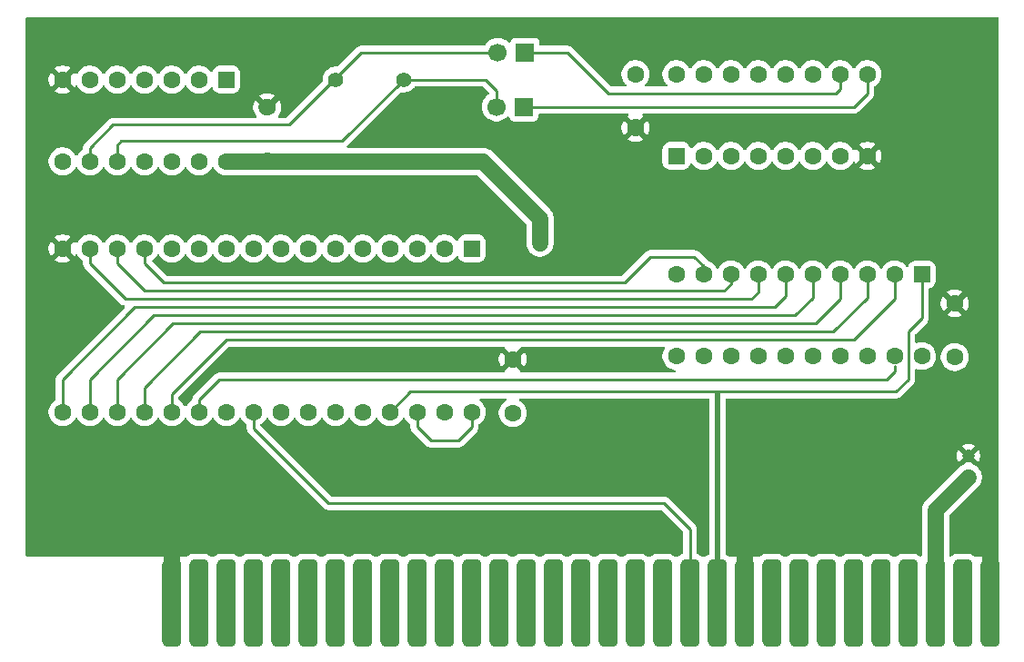
<source format=gbl>
%TF.GenerationSoftware,KiCad,Pcbnew,9.0.7*%
%TF.CreationDate,2026-02-04T21:34:44+01:00*%
%TF.ProjectId,xt-isa-umb,78742d69-7361-42d7-956d-622e6b696361,0.1*%
%TF.SameCoordinates,Original*%
%TF.FileFunction,Copper,L2,Bot*%
%TF.FilePolarity,Positive*%
%FSLAX46Y46*%
G04 Gerber Fmt 4.6, Leading zero omitted, Abs format (unit mm)*
G04 Created by KiCad (PCBNEW 9.0.7) date 2026-02-04 21:34:44*
%MOMM*%
%LPD*%
G01*
G04 APERTURE LIST*
G04 Aperture macros list*
%AMRoundRect*
0 Rectangle with rounded corners*
0 $1 Rounding radius*
0 $2 $3 $4 $5 $6 $7 $8 $9 X,Y pos of 4 corners*
0 Add a 4 corners polygon primitive as box body*
4,1,4,$2,$3,$4,$5,$6,$7,$8,$9,$2,$3,0*
0 Add four circle primitives for the rounded corners*
1,1,$1+$1,$2,$3*
1,1,$1+$1,$4,$5*
1,1,$1+$1,$6,$7*
1,1,$1+$1,$8,$9*
0 Add four rect primitives between the rounded corners*
20,1,$1+$1,$2,$3,$4,$5,0*
20,1,$1+$1,$4,$5,$6,$7,0*
20,1,$1+$1,$6,$7,$8,$9,0*
20,1,$1+$1,$8,$9,$2,$3,0*%
G04 Aperture macros list end*
%TA.AperFunction,ComponentPad*%
%ADD10C,1.400000*%
%TD*%
%TA.AperFunction,ComponentPad*%
%ADD11C,1.600000*%
%TD*%
%TA.AperFunction,ComponentPad*%
%ADD12RoundRect,0.250000X0.350000X-0.350000X0.350000X0.350000X-0.350000X0.350000X-0.350000X-0.350000X0*%
%TD*%
%TA.AperFunction,ComponentPad*%
%ADD13C,1.200000*%
%TD*%
%TA.AperFunction,ComponentPad*%
%ADD14RoundRect,0.250000X-0.550000X0.550000X-0.550000X-0.550000X0.550000X-0.550000X0.550000X0.550000X0*%
%TD*%
%TA.AperFunction,ComponentPad*%
%ADD15R,1.700000X1.700000*%
%TD*%
%TA.AperFunction,ComponentPad*%
%ADD16C,1.700000*%
%TD*%
%TA.AperFunction,ComponentPad*%
%ADD17RoundRect,0.250000X0.550000X-0.550000X0.550000X0.550000X-0.550000X0.550000X-0.550000X-0.550000X0*%
%TD*%
%TA.AperFunction,ConnectorPad*%
%ADD18RoundRect,0.444500X-0.444500X-3.619500X0.444500X-3.619500X0.444500X3.619500X-0.444500X3.619500X0*%
%TD*%
%TA.AperFunction,ViaPad*%
%ADD19C,1.000000*%
%TD*%
%TA.AperFunction,Conductor*%
%ADD20C,1.524000*%
%TD*%
%TA.AperFunction,Conductor*%
%ADD21C,1.500000*%
%TD*%
%TA.AperFunction,Conductor*%
%ADD22C,0.254000*%
%TD*%
%TA.AperFunction,Conductor*%
%ADD23C,0.508000*%
%TD*%
G04 APERTURE END LIST*
D10*
%TO.P,R2,1*%
%TO.N,VCC*%
X116840000Y-99060000D03*
%TO.P,R2,2*%
%TO.N,Net-(JP1-B)*%
X116840000Y-91440000D03*
%TD*%
D11*
%TO.P,C1,1*%
%TO.N,VCC*%
X144780000Y-90932000D03*
%TO.P,C1,2*%
%TO.N,GND*%
X144780000Y-95932000D03*
%TD*%
D12*
%TO.P,C6,1*%
%TO.N,VCC*%
X175768000Y-128524000D03*
D13*
%TO.P,C6,2*%
%TO.N,GND*%
X175768000Y-126524000D03*
%TD*%
D11*
%TO.P,C4,1*%
%TO.N,VCC*%
X174498000Y-117308000D03*
%TO.P,C4,2*%
%TO.N,GND*%
X174498000Y-112308000D03*
%TD*%
D14*
%TO.P,U4,1,A->B*%
%TO.N,{slash}MEMW*%
X171450000Y-109601000D03*
D11*
%TO.P,U4,2,A0*%
%TO.N,Net-(U3-DQ7)*%
X168910000Y-109601000D03*
%TO.P,U4,3,A1*%
%TO.N,Net-(U3-DQ6)*%
X166370000Y-109601000D03*
%TO.P,U4,4,A2*%
%TO.N,Net-(U3-DQ5)*%
X163830000Y-109601000D03*
%TO.P,U4,5,A3*%
%TO.N,Net-(U3-DQ4)*%
X161290000Y-109601000D03*
%TO.P,U4,6,A4*%
%TO.N,Net-(U3-DQ3)*%
X158750000Y-109601000D03*
%TO.P,U4,7,A5*%
%TO.N,Net-(U3-DQ2)*%
X156210000Y-109601000D03*
%TO.P,U4,8,A6*%
%TO.N,Net-(U3-DQ1)*%
X153670000Y-109601000D03*
%TO.P,U4,9,A7*%
%TO.N,Net-(U3-DQ0)*%
X151130000Y-109601000D03*
%TO.P,U4,10,GND*%
%TO.N,GND*%
X148590000Y-109601000D03*
%TO.P,U4,11,B7*%
%TO.N,/D0*%
X148590000Y-117221000D03*
%TO.P,U4,12,B6*%
%TO.N,/D1*%
X151130000Y-117221000D03*
%TO.P,U4,13,B5*%
%TO.N,/D2*%
X153670000Y-117221000D03*
%TO.P,U4,14,B4*%
%TO.N,/D3*%
X156210000Y-117221000D03*
%TO.P,U4,15,B3*%
%TO.N,/D4*%
X158750000Y-117221000D03*
%TO.P,U4,16,B2*%
%TO.N,/D5*%
X161290000Y-117221000D03*
%TO.P,U4,17,B1*%
%TO.N,/D6*%
X163830000Y-117221000D03*
%TO.P,U4,18,B0*%
%TO.N,/D7*%
X166370000Y-117221000D03*
%TO.P,U4,19,CE*%
%TO.N,Net-(U3-~{CE})*%
X168910000Y-117221000D03*
%TO.P,U4,20,VCC*%
%TO.N,VCC*%
X171450000Y-117221000D03*
%TD*%
D15*
%TO.P,JP1,1,A*%
%TO.N,Net-(JP1-A)*%
X134493000Y-88900000D03*
D16*
%TO.P,JP1,2,B*%
%TO.N,Net-(JP1-B)*%
X131953000Y-88900000D03*
%TD*%
D15*
%TO.P,JP2,1,A*%
%TO.N,Net-(JP2-A)*%
X134371000Y-93980000D03*
D16*
%TO.P,JP2,2,B*%
%TO.N,Net-(JP2-B)*%
X131831000Y-93980000D03*
%TD*%
D11*
%TO.P,C3,1*%
%TO.N,VCC*%
X133350000Y-122515000D03*
%TO.P,C3,2*%
%TO.N,GND*%
X133350000Y-117515000D03*
%TD*%
D14*
%TO.P,U3,1,NC*%
%TO.N,unconnected-(U3-NC-Pad1)*%
X129539999Y-107188001D03*
D11*
%TO.P,U3,2,A16*%
%TO.N,/A16*%
X126999999Y-107188001D03*
%TO.P,U3,3,A14*%
%TO.N,/A14*%
X124459999Y-107188001D03*
%TO.P,U3,4,A12*%
%TO.N,/A13*%
X121919999Y-107188001D03*
%TO.P,U3,5,A7*%
%TO.N,/A11*%
X119379999Y-107188001D03*
%TO.P,U3,6,A6*%
%TO.N,/A9*%
X116839999Y-107188001D03*
%TO.P,U3,7,A5*%
%TO.N,/A7*%
X114299999Y-107188001D03*
%TO.P,U3,8,A4*%
%TO.N,/A5*%
X111759999Y-107188001D03*
%TO.P,U3,9,A3*%
%TO.N,/A4*%
X109219999Y-107188001D03*
%TO.P,U3,10,A2*%
%TO.N,/A2*%
X106679999Y-107188001D03*
%TO.P,U3,11,A1*%
%TO.N,/A1*%
X104139999Y-107188001D03*
%TO.P,U3,12,A0*%
%TO.N,/A0*%
X101599999Y-107188001D03*
%TO.P,U3,13,DQ0*%
%TO.N,Net-(U3-DQ0)*%
X99059999Y-107188001D03*
%TO.P,U3,14,DQ1*%
%TO.N,Net-(U3-DQ1)*%
X96519999Y-107188001D03*
%TO.P,U3,15,DQ2*%
%TO.N,Net-(U3-DQ2)*%
X93979999Y-107188001D03*
%TO.P,U3,16,GND*%
%TO.N,GND*%
X91439999Y-107188001D03*
%TO.P,U3,17,DQ3*%
%TO.N,Net-(U3-DQ3)*%
X91439999Y-122428001D03*
%TO.P,U3,18,DQ4*%
%TO.N,Net-(U3-DQ4)*%
X93979999Y-122428001D03*
%TO.P,U3,19,DQ5*%
%TO.N,Net-(U3-DQ5)*%
X96519999Y-122428001D03*
%TO.P,U3,20,DQ6*%
%TO.N,Net-(U3-DQ6)*%
X99059999Y-122428001D03*
%TO.P,U3,21,DQ7*%
%TO.N,Net-(U3-DQ7)*%
X101599999Y-122428001D03*
%TO.P,U3,22,~{CE}*%
%TO.N,Net-(U3-~{CE})*%
X104139999Y-122428001D03*
%TO.P,U3,23,A10*%
%TO.N,/A3*%
X106679999Y-122428001D03*
%TO.P,U3,24,~{OE}*%
%TO.N,{slash}MEMR*%
X109219999Y-122428001D03*
%TO.P,U3,25,A11*%
%TO.N,/A6*%
X111759999Y-122428001D03*
%TO.P,U3,26,A9*%
%TO.N,/A8*%
X114299999Y-122428001D03*
%TO.P,U3,27,A8*%
%TO.N,/A10*%
X116839999Y-122428001D03*
%TO.P,U3,28,A13*%
%TO.N,/A12*%
X119379999Y-122428001D03*
%TO.P,U3,29,~{WE}*%
%TO.N,{slash}MEMW*%
X121919999Y-122428001D03*
%TO.P,U3,30,CE*%
%TO.N,VCC*%
X124459999Y-122428001D03*
%TO.P,U3,31,A15*%
%TO.N,/A15*%
X126999999Y-122428001D03*
%TO.P,U3,32,VCC*%
%TO.N,VCC*%
X129539999Y-122428001D03*
%TD*%
%TO.P,C2,1*%
%TO.N,VCC*%
X110490000Y-99020000D03*
%TO.P,C2,2*%
%TO.N,GND*%
X110490000Y-94020000D03*
%TD*%
D10*
%TO.P,R1,1*%
%TO.N,VCC*%
X123190000Y-99060000D03*
%TO.P,R1,2*%
%TO.N,Net-(JP2-B)*%
X123190000Y-91440000D03*
%TD*%
D17*
%TO.P,U1,1,A0*%
%TO.N,/A16*%
X148590000Y-98552000D03*
D11*
%TO.P,U1,2,A1*%
%TO.N,/A17*%
X151130000Y-98552000D03*
%TO.P,U1,3,A2*%
%TO.N,/A18*%
X153670000Y-98552000D03*
%TO.P,U1,4,E1*%
%TO.N,Net-(U1-E1)*%
X156210000Y-98552000D03*
%TO.P,U1,5,E2*%
%TO.N,Net-(J1-AEN)*%
X158750000Y-98552000D03*
%TO.P,U1,6,E3*%
%TO.N,/A19*%
X161290000Y-98552000D03*
%TO.P,U1,7,O7*%
%TO.N,unconnected-(U1-O7-Pad7)*%
X163830000Y-98552000D03*
%TO.P,U1,8,GND*%
%TO.N,GND*%
X166370000Y-98552000D03*
%TO.P,U1,9,O6*%
%TO.N,Net-(JP2-A)*%
X166370000Y-90932000D03*
%TO.P,U1,10,O5*%
%TO.N,Net-(JP1-A)*%
X163830000Y-90932000D03*
%TO.P,U1,11,O4*%
%TO.N,unconnected-(U1-O4-Pad11)*%
X161290000Y-90932000D03*
%TO.P,U1,12,O3*%
%TO.N,unconnected-(U1-O3-Pad12)*%
X158750000Y-90932000D03*
%TO.P,U1,13,O2*%
%TO.N,unconnected-(U1-O2-Pad13)*%
X156210000Y-90932000D03*
%TO.P,U1,14,O1*%
%TO.N,unconnected-(U1-O1-Pad14)*%
X153670000Y-90932000D03*
%TO.P,U1,15,O0*%
%TO.N,unconnected-(U1-O0-Pad15)*%
X151130000Y-90932000D03*
%TO.P,U1,16,VCC*%
%TO.N,VCC*%
X148590000Y-90932000D03*
%TD*%
D18*
%TO.P,J1,1,GND*%
%TO.N,GND*%
X177799999Y-140208001D03*
%TO.P,J1,2,RESET*%
%TO.N,unconnected-(J1-RESET-Pad2)*%
X175259999Y-140208001D03*
%TO.P,J1,3,VCC*%
%TO.N,VCC*%
X172719999Y-140208001D03*
%TO.P,J1,4,IRQ2*%
%TO.N,unconnected-(J1-IRQ2-Pad4)*%
X170179999Y-140208001D03*
%TO.P,J1,5,-5V*%
%TO.N,unconnected-(J1--5V-Pad5)*%
X167639999Y-140208001D03*
%TO.P,J1,6,DRQ2*%
%TO.N,unconnected-(J1-DRQ2-Pad6)*%
X165099999Y-140208001D03*
%TO.P,J1,7,-12V*%
%TO.N,unconnected-(J1--12V-Pad7)*%
X162559999Y-140208001D03*
%TO.P,J1,8,UNUSED*%
%TO.N,unconnected-(J1-UNUSED-Pad8)*%
X160019999Y-140208001D03*
%TO.P,J1,9,+12V*%
%TO.N,unconnected-(J1-+12V-Pad9)*%
X157479999Y-140208001D03*
%TO.P,J1,10,GND*%
%TO.N,GND*%
X154939999Y-140208001D03*
%TO.P,J1,11,~{SMEMW}*%
%TO.N,{slash}MEMW*%
X152399999Y-140208001D03*
%TO.P,J1,12,~{SMEMR}*%
%TO.N,{slash}MEMR*%
X149859999Y-140208001D03*
%TO.P,J1,13,~{IOW}*%
%TO.N,unconnected-(J1-~{IOW}-Pad13)*%
X147319999Y-140208001D03*
%TO.P,J1,14,~{IOR}*%
%TO.N,unconnected-(J1-~{IOR}-Pad14)*%
X144779999Y-140208001D03*
%TO.P,J1,15,~{DACK3}*%
%TO.N,unconnected-(J1-~{DACK3}-Pad15)*%
X142239999Y-140208001D03*
%TO.P,J1,16,DRQ3*%
%TO.N,unconnected-(J1-DRQ3-Pad16)*%
X139699999Y-140208001D03*
%TO.P,J1,17,~{DACK1}*%
%TO.N,unconnected-(J1-~{DACK1}-Pad17)*%
X137159999Y-140208001D03*
%TO.P,J1,18,DRQ1*%
%TO.N,unconnected-(J1-DRQ1-Pad18)*%
X134619999Y-140208001D03*
%TO.P,J1,19,~{DACK0}*%
%TO.N,unconnected-(J1-~{DACK0}-Pad19)*%
X132079999Y-140208001D03*
%TO.P,J1,20,CLK*%
%TO.N,unconnected-(J1-CLK-Pad20)*%
X129539999Y-140208001D03*
%TO.P,J1,21,IRQ7*%
%TO.N,unconnected-(J1-IRQ7-Pad21)*%
X126999999Y-140208001D03*
%TO.P,J1,22,IRQ6*%
%TO.N,unconnected-(J1-IRQ6-Pad22)*%
X124459999Y-140208001D03*
%TO.P,J1,23,IRQ5*%
%TO.N,unconnected-(J1-IRQ5-Pad23)*%
X121919999Y-140208001D03*
%TO.P,J1,24,IRQ4*%
%TO.N,unconnected-(J1-IRQ4-Pad24)*%
X119379999Y-140208001D03*
%TO.P,J1,25,IRQ3*%
%TO.N,unconnected-(J1-IRQ3-Pad25)*%
X116839999Y-140208001D03*
%TO.P,J1,26,~{DACK2}*%
%TO.N,unconnected-(J1-~{DACK2}-Pad26)*%
X114299999Y-140208001D03*
%TO.P,J1,27,TC*%
%TO.N,unconnected-(J1-TC-Pad27)*%
X111759999Y-140208001D03*
%TO.P,J1,28,ALE*%
%TO.N,unconnected-(J1-ALE-Pad28)*%
X109219999Y-140208001D03*
%TO.P,J1,29,VCC*%
%TO.N,unconnected-(J1-VCC-Pad29)*%
X106679999Y-140208001D03*
%TO.P,J1,30,OSC*%
%TO.N,unconnected-(J1-OSC-Pad30)*%
X104139999Y-140208001D03*
%TO.P,J1,31,GND*%
%TO.N,GND*%
X101599999Y-140208001D03*
%TD*%
D14*
%TO.P,U2,1*%
%TO.N,{slash}MEMR*%
X106680000Y-91440000D03*
D11*
%TO.P,U2,2*%
%TO.N,{slash}MEMW*%
X104140000Y-91440000D03*
%TO.P,U2,3*%
%TO.N,Net-(U1-E1)*%
X101600000Y-91440000D03*
%TO.P,U2,4*%
%TO.N,VCC*%
X99060000Y-91440000D03*
%TO.P,U2,5*%
X96520000Y-91440000D03*
%TO.P,U2,6*%
%TO.N,unconnected-(U2-Pad6)*%
X93980000Y-91440000D03*
%TO.P,U2,7,GND*%
%TO.N,GND*%
X91440000Y-91440000D03*
%TO.P,U2,8*%
%TO.N,Net-(U3-~{CE})*%
X91440000Y-99060000D03*
%TO.P,U2,9*%
%TO.N,Net-(JP1-B)*%
X93980000Y-99060000D03*
%TO.P,U2,10*%
%TO.N,Net-(JP2-B)*%
X96520000Y-99060000D03*
%TO.P,U2,11*%
%TO.N,unconnected-(U2-Pad11)*%
X99060000Y-99060000D03*
%TO.P,U2,12*%
%TO.N,VCC*%
X101600000Y-99060000D03*
%TO.P,U2,13*%
X104140000Y-99060000D03*
%TO.P,U2,14,VCC*%
X106680000Y-99060000D03*
%TD*%
D19*
%TO.N,GND*%
X128524000Y-117602000D03*
X90170000Y-133604000D03*
X136525000Y-100203000D03*
X170180000Y-102362000D03*
X97790000Y-131064000D03*
X95250000Y-133604000D03*
X120777000Y-96520000D03*
X97790000Y-125984000D03*
X113157000Y-104140000D03*
X172847000Y-122682000D03*
X90170000Y-128524000D03*
X145792602Y-117631629D03*
X90170000Y-125984000D03*
X92710000Y-125984000D03*
X165100000Y-104902000D03*
X90170000Y-131064000D03*
X172466000Y-94107000D03*
X135890000Y-124460000D03*
X97790000Y-128524000D03*
X118237000Y-104140000D03*
X92710000Y-128524000D03*
X167640000Y-102362000D03*
X115697000Y-101600000D03*
X118237000Y-101600000D03*
X130937000Y-104140000D03*
X95250000Y-125984000D03*
X115697000Y-104140000D03*
X133350000Y-106553000D03*
X95250000Y-131064000D03*
X170307000Y-122682000D03*
X172847000Y-125222000D03*
X137922000Y-102108000D03*
X146050000Y-121920000D03*
X92710000Y-133604000D03*
X136398000Y-128524000D03*
X95250000Y-128524000D03*
X172466000Y-91567000D03*
X154940000Y-133985000D03*
X139319000Y-100203000D03*
X113157000Y-101600000D03*
X170307000Y-125222000D03*
X167640000Y-104902000D03*
X165100000Y-102362000D03*
X175006000Y-91567000D03*
X169926000Y-91567000D03*
X175006000Y-94107000D03*
X127127000Y-93853000D03*
X169926000Y-94107000D03*
X170180000Y-104902000D03*
X92710000Y-131064000D03*
X97790000Y-133604000D03*
X133350000Y-108966000D03*
%TO.N,VCC*%
X131953000Y-100457000D03*
X135890000Y-104394000D03*
X133096000Y-101600000D03*
X135890000Y-106680000D03*
X134493000Y-102997000D03*
%TD*%
D20*
%TO.N,GND*%
X177799999Y-134493000D02*
X177799999Y-140208001D01*
%TO.N,VCC*%
X175768000Y-128524000D02*
X172719999Y-131572001D01*
X172719999Y-131572001D02*
X172719999Y-140208001D01*
D21*
%TO.N,GND*%
X110450000Y-93980000D02*
X110490000Y-94020000D01*
D20*
X154939999Y-140208001D02*
X154940000Y-133858000D01*
D21*
X144827000Y-95885000D02*
X144780000Y-95932000D01*
D20*
X101599999Y-140208001D02*
X101599999Y-134619999D01*
D22*
%TO.N,{slash}MEMW*%
X171450000Y-113665000D02*
X171450000Y-109601000D01*
X152400000Y-120650000D02*
X152273000Y-120523000D01*
X170180000Y-114935000D02*
X171450000Y-113665000D01*
X123825000Y-120523000D02*
X121919999Y-122428001D01*
X170180000Y-119380000D02*
X170180000Y-114935000D01*
X152273000Y-120523000D02*
X123825000Y-120523000D01*
X152019000Y-120523000D02*
X169037000Y-120523000D01*
D23*
X152400000Y-120650000D02*
X152399999Y-120650001D01*
X152399999Y-120650001D02*
X152399999Y-140208001D01*
D22*
X169037000Y-120523000D02*
X170180000Y-119380000D01*
%TO.N,{slash}MEMR*%
X109219999Y-122428001D02*
X109219999Y-123951999D01*
X109219999Y-123951999D02*
X116205000Y-130937000D01*
X116205000Y-130937000D02*
X147447000Y-130937000D01*
X147447000Y-130937000D02*
X149859999Y-133349999D01*
X149859999Y-133349999D02*
X149859999Y-140208001D01*
%TO.N,VCC*%
X129539999Y-123825001D02*
X129539999Y-122428001D01*
X128270000Y-125095000D02*
X129539999Y-123825001D01*
X125730000Y-125095000D02*
X128270000Y-125095000D01*
X124459999Y-123824999D02*
X125730000Y-125095000D01*
X124459999Y-122428001D02*
X124459999Y-123824999D01*
D20*
X135890000Y-104394000D02*
X130556000Y-99060000D01*
X130556000Y-99060000D02*
X106680000Y-99060000D01*
X135890000Y-106680000D02*
X135890000Y-104394000D01*
D22*
%TO.N,Net-(U3-~{CE})*%
X168148000Y-119380000D02*
X106045000Y-119380000D01*
X168910000Y-118618000D02*
X168148000Y-119380000D01*
X104139999Y-121285001D02*
X104139999Y-122428001D01*
X168910000Y-118110000D02*
X168910000Y-118618000D01*
X106045000Y-119380000D02*
X104139999Y-121285001D01*
%TO.N,Net-(U3-DQ1)*%
X99060000Y-111125000D02*
X153035000Y-111125000D01*
X153035000Y-111125000D02*
X153670000Y-110490000D01*
X96519999Y-108584999D02*
X99060000Y-111125000D01*
X96519999Y-107188001D02*
X96519999Y-108584999D01*
X153670000Y-110490000D02*
X153670000Y-109601000D01*
%TO.N,Net-(U3-DQ7)*%
X168910000Y-111887000D02*
X168910000Y-110109000D01*
X165100000Y-115697000D02*
X168910000Y-111887000D01*
X106680000Y-115697000D02*
X165100000Y-115697000D01*
X101599999Y-122428001D02*
X101599999Y-120777001D01*
X101599999Y-120777001D02*
X106680000Y-115697000D01*
%TO.N,Net-(U3-DQ5)*%
X163830000Y-111887000D02*
X163830000Y-109601000D01*
X161544000Y-114173000D02*
X163830000Y-111887000D01*
X96519999Y-122428001D02*
X96519999Y-119380001D01*
X101727000Y-114173000D02*
X161544000Y-114173000D01*
X96519999Y-119380001D02*
X101727000Y-114173000D01*
%TO.N,Net-(U3-DQ0)*%
X151130000Y-108839000D02*
X151130000Y-109601000D01*
X100838000Y-110363000D02*
X143764000Y-110363000D01*
X146177000Y-107950000D02*
X150241000Y-107950000D01*
X150241000Y-107950000D02*
X151130000Y-108839000D01*
X99059999Y-107188001D02*
X99059999Y-108584999D01*
X143764000Y-110363000D02*
X146177000Y-107950000D01*
X99059999Y-108584999D02*
X100838000Y-110363000D01*
%TO.N,Net-(U3-DQ6)*%
X99059999Y-120142001D02*
X104267000Y-114935000D01*
X163195000Y-114935000D02*
X166370000Y-111760000D01*
X99059999Y-122428001D02*
X99059999Y-120142001D01*
X166370000Y-111760000D02*
X166370000Y-109601000D01*
X104267000Y-114935000D02*
X163195000Y-114935000D01*
%TO.N,Net-(U3-DQ2)*%
X156210000Y-111252000D02*
X156210000Y-109601000D01*
X97282000Y-111887000D02*
X155575000Y-111887000D01*
X93979999Y-108584999D02*
X97282000Y-111887000D01*
X155575000Y-111887000D02*
X156210000Y-111252000D01*
X93979999Y-107188001D02*
X93979999Y-108584999D01*
%TO.N,Net-(U3-DQ4)*%
X99949000Y-113411000D02*
X159639000Y-113411000D01*
X93979999Y-122428001D02*
X93979999Y-119380001D01*
X159639000Y-113411000D02*
X161290000Y-111760000D01*
X93979999Y-119380001D02*
X99949000Y-113411000D01*
X161290000Y-111760000D02*
X161290000Y-109601000D01*
%TO.N,Net-(U3-DQ3)*%
X157734000Y-112649000D02*
X158750000Y-111633000D01*
X91439999Y-119380001D02*
X98171000Y-112649000D01*
X91439999Y-122428001D02*
X91439999Y-119380001D01*
X158750000Y-111633000D02*
X158750000Y-109601000D01*
X98171000Y-112649000D02*
X157734000Y-112649000D01*
%TO.N,Net-(JP1-A)*%
X134493000Y-88900000D02*
X138430000Y-88900000D01*
X142240000Y-92710000D02*
X163449000Y-92710000D01*
X163449000Y-92710000D02*
X163830000Y-92329000D01*
X163830000Y-92329000D02*
X163830000Y-90932000D01*
X138430000Y-88900000D02*
X142240000Y-92710000D01*
%TO.N,Net-(JP1-B)*%
X131953000Y-88900000D02*
X132080000Y-89027000D01*
X112522000Y-95631000D02*
X119253000Y-88900000D01*
X93980000Y-99060000D02*
X93980000Y-97790000D01*
X119253000Y-88900000D02*
X131953000Y-88900000D01*
X96139000Y-95631000D02*
X112522000Y-95631000D01*
X93980000Y-97790000D02*
X96139000Y-95631000D01*
%TO.N,Net-(JP2-A)*%
X165100000Y-93980000D02*
X134371000Y-93980000D01*
X166370000Y-90932000D02*
X166370000Y-92710000D01*
X166370000Y-92710000D02*
X165100000Y-93980000D01*
%TO.N,Net-(JP2-B)*%
X117475000Y-97155000D02*
X123190000Y-91440000D01*
X96901000Y-97155000D02*
X117475000Y-97155000D01*
X131831000Y-93980000D02*
X132080000Y-94229000D01*
X96519999Y-99314001D02*
X96520000Y-99314000D01*
X130810000Y-91440000D02*
X131831000Y-92461000D01*
X123190000Y-91440000D02*
X130810000Y-91440000D01*
X96520000Y-97536000D02*
X96901000Y-97155000D01*
X131831000Y-92461000D02*
X131831000Y-93980000D01*
X96520000Y-99314000D02*
X96520000Y-97536000D01*
%TD*%
%TA.AperFunction,Conductor*%
%TO.N,GND*%
G36*
X178505039Y-85617685D02*
G01*
X178550794Y-85670489D01*
X178562000Y-85722000D01*
X178562000Y-135766000D01*
X178542315Y-135833039D01*
X178489511Y-135878794D01*
X178438000Y-135890000D01*
X178435000Y-135890000D01*
X176387392Y-135890000D01*
X176320353Y-135870315D01*
X176309032Y-135862102D01*
X176227212Y-135795387D01*
X176227208Y-135795385D01*
X176227207Y-135795384D01*
X176056854Y-135706399D01*
X176056848Y-135706397D01*
X175872072Y-135653526D01*
X175801865Y-135647284D01*
X175759308Y-135643501D01*
X175759303Y-135643501D01*
X174760698Y-135643501D01*
X174760692Y-135643501D01*
X174760691Y-135643502D01*
X174749688Y-135644480D01*
X174647925Y-135653526D01*
X174463147Y-135706397D01*
X174292785Y-135795387D01*
X174210966Y-135862102D01*
X174188265Y-135871658D01*
X174167541Y-135884977D01*
X174150966Y-135887360D01*
X174146570Y-135889211D01*
X174132606Y-135890000D01*
X174106499Y-135890000D01*
X174039460Y-135870315D01*
X173993705Y-135817511D01*
X173982499Y-135766000D01*
X173982499Y-132146307D01*
X174002184Y-132079268D01*
X174018818Y-132058626D01*
X175327910Y-130749534D01*
X176730981Y-129346464D01*
X176847786Y-129185695D01*
X176938005Y-129008632D01*
X176999413Y-128819637D01*
X177030500Y-128623366D01*
X177030500Y-128424634D01*
X177012414Y-128310453D01*
X176999413Y-128228364D01*
X176938005Y-128039368D01*
X176847786Y-127862306D01*
X176832862Y-127841765D01*
X176730986Y-127701543D01*
X176730982Y-127701538D01*
X176590461Y-127561017D01*
X176590456Y-127561013D01*
X176429695Y-127444214D01*
X176253428Y-127354400D01*
X176222043Y-127331597D01*
X175768001Y-126877553D01*
X175768000Y-126877553D01*
X175313953Y-127331599D01*
X175282567Y-127354403D01*
X175106301Y-127444216D01*
X174945542Y-127561013D01*
X174945537Y-127561017D01*
X171757020Y-130749534D01*
X171640212Y-130910306D01*
X171549993Y-131087368D01*
X171549992Y-131087371D01*
X171488586Y-131276363D01*
X171457499Y-131472640D01*
X171457499Y-135766000D01*
X171454948Y-135774685D01*
X171456237Y-135783647D01*
X171445258Y-135807687D01*
X171437814Y-135833039D01*
X171430973Y-135838966D01*
X171427212Y-135847203D01*
X171404977Y-135861492D01*
X171385010Y-135878794D01*
X171374495Y-135881081D01*
X171368434Y-135884977D01*
X171333499Y-135890000D01*
X171307392Y-135890000D01*
X171240353Y-135870315D01*
X171229032Y-135862102D01*
X171147212Y-135795387D01*
X171147208Y-135795385D01*
X171147207Y-135795384D01*
X170976854Y-135706399D01*
X170976848Y-135706397D01*
X170792072Y-135653526D01*
X170721865Y-135647284D01*
X170679308Y-135643501D01*
X170679303Y-135643501D01*
X169680698Y-135643501D01*
X169680692Y-135643501D01*
X169680691Y-135643502D01*
X169669688Y-135644480D01*
X169567925Y-135653526D01*
X169383147Y-135706397D01*
X169212785Y-135795387D01*
X169130966Y-135862102D01*
X169066570Y-135889211D01*
X169052606Y-135890000D01*
X168767392Y-135890000D01*
X168700353Y-135870315D01*
X168689032Y-135862102D01*
X168607212Y-135795387D01*
X168607208Y-135795385D01*
X168607207Y-135795384D01*
X168436854Y-135706399D01*
X168436848Y-135706397D01*
X168252072Y-135653526D01*
X168181865Y-135647284D01*
X168139308Y-135643501D01*
X168139303Y-135643501D01*
X167140698Y-135643501D01*
X167140692Y-135643501D01*
X167140691Y-135643502D01*
X167129688Y-135644480D01*
X167027925Y-135653526D01*
X166843147Y-135706397D01*
X166672785Y-135795387D01*
X166590966Y-135862102D01*
X166526570Y-135889211D01*
X166512606Y-135890000D01*
X166227392Y-135890000D01*
X166160353Y-135870315D01*
X166149032Y-135862102D01*
X166067212Y-135795387D01*
X166067208Y-135795385D01*
X166067207Y-135795384D01*
X165896854Y-135706399D01*
X165896848Y-135706397D01*
X165712072Y-135653526D01*
X165641865Y-135647284D01*
X165599308Y-135643501D01*
X165599303Y-135643501D01*
X164600698Y-135643501D01*
X164600692Y-135643501D01*
X164600691Y-135643502D01*
X164589688Y-135644480D01*
X164487925Y-135653526D01*
X164303147Y-135706397D01*
X164132785Y-135795387D01*
X164050966Y-135862102D01*
X163986570Y-135889211D01*
X163972606Y-135890000D01*
X163687392Y-135890000D01*
X163620353Y-135870315D01*
X163609032Y-135862102D01*
X163527212Y-135795387D01*
X163527208Y-135795385D01*
X163527207Y-135795384D01*
X163356854Y-135706399D01*
X163356848Y-135706397D01*
X163172072Y-135653526D01*
X163101865Y-135647284D01*
X163059308Y-135643501D01*
X163059303Y-135643501D01*
X162060698Y-135643501D01*
X162060692Y-135643501D01*
X162060691Y-135643502D01*
X162049688Y-135644480D01*
X161947925Y-135653526D01*
X161763147Y-135706397D01*
X161592785Y-135795387D01*
X161510966Y-135862102D01*
X161446570Y-135889211D01*
X161432606Y-135890000D01*
X161147392Y-135890000D01*
X161080353Y-135870315D01*
X161069032Y-135862102D01*
X160987212Y-135795387D01*
X160987208Y-135795385D01*
X160987207Y-135795384D01*
X160816854Y-135706399D01*
X160816848Y-135706397D01*
X160632072Y-135653526D01*
X160561865Y-135647284D01*
X160519308Y-135643501D01*
X160519303Y-135643501D01*
X159520698Y-135643501D01*
X159520692Y-135643501D01*
X159520691Y-135643502D01*
X159509688Y-135644480D01*
X159407925Y-135653526D01*
X159223147Y-135706397D01*
X159052785Y-135795387D01*
X158970966Y-135862102D01*
X158906570Y-135889211D01*
X158892606Y-135890000D01*
X158607392Y-135890000D01*
X158540353Y-135870315D01*
X158529032Y-135862102D01*
X158447212Y-135795387D01*
X158447208Y-135795385D01*
X158447207Y-135795384D01*
X158276854Y-135706399D01*
X158276848Y-135706397D01*
X158092072Y-135653526D01*
X158021865Y-135647284D01*
X157979308Y-135643501D01*
X157979303Y-135643501D01*
X156980698Y-135643501D01*
X156980692Y-135643501D01*
X156980691Y-135643502D01*
X156969688Y-135644480D01*
X156867925Y-135653526D01*
X156683147Y-135706397D01*
X156512785Y-135795387D01*
X156430966Y-135862102D01*
X156366570Y-135889211D01*
X156352606Y-135890000D01*
X153527392Y-135890000D01*
X153460353Y-135870315D01*
X153449032Y-135862102D01*
X153367212Y-135795387D01*
X153367204Y-135795382D01*
X153221087Y-135719056D01*
X153170780Y-135670569D01*
X153154499Y-135609148D01*
X153154499Y-126437428D01*
X174668000Y-126437428D01*
X174668000Y-126610571D01*
X174695085Y-126781584D01*
X174748592Y-126946259D01*
X174827196Y-127100525D01*
X174831709Y-127106736D01*
X174831709Y-127106737D01*
X175414446Y-126524001D01*
X175414446Y-126523999D01*
X175374951Y-126484504D01*
X175468000Y-126484504D01*
X175468000Y-126563496D01*
X175488444Y-126639796D01*
X175527940Y-126708205D01*
X175583795Y-126764060D01*
X175652204Y-126803556D01*
X175728504Y-126824000D01*
X175807496Y-126824000D01*
X175883796Y-126803556D01*
X175952205Y-126764060D01*
X176008060Y-126708205D01*
X176047556Y-126639796D01*
X176068000Y-126563496D01*
X176068000Y-126523999D01*
X176121553Y-126523999D01*
X176121553Y-126524000D01*
X176704289Y-127106736D01*
X176708803Y-127100525D01*
X176787408Y-126946257D01*
X176840914Y-126781584D01*
X176868000Y-126610571D01*
X176868000Y-126437428D01*
X176840914Y-126266415D01*
X176787408Y-126101742D01*
X176708801Y-125947471D01*
X176704290Y-125941262D01*
X176704289Y-125941261D01*
X176121553Y-126523999D01*
X176068000Y-126523999D01*
X176068000Y-126484504D01*
X176047556Y-126408204D01*
X176008060Y-126339795D01*
X175952205Y-126283940D01*
X175883796Y-126244444D01*
X175807496Y-126224000D01*
X175728504Y-126224000D01*
X175652204Y-126244444D01*
X175583795Y-126283940D01*
X175527940Y-126339795D01*
X175488444Y-126408204D01*
X175468000Y-126484504D01*
X175374951Y-126484504D01*
X174831709Y-125941261D01*
X174831708Y-125941261D01*
X174827203Y-125947463D01*
X174827193Y-125947480D01*
X174748592Y-126101740D01*
X174695085Y-126266415D01*
X174668000Y-126437428D01*
X153154499Y-126437428D01*
X153154499Y-125587708D01*
X175185261Y-125587708D01*
X175185261Y-125587709D01*
X175768000Y-126170446D01*
X175768001Y-126170446D01*
X176350737Y-125587709D01*
X176344525Y-125583196D01*
X176190259Y-125504592D01*
X176025584Y-125451085D01*
X175854571Y-125424000D01*
X175681429Y-125424000D01*
X175510415Y-125451085D01*
X175345740Y-125504592D01*
X175191480Y-125583193D01*
X175191463Y-125583203D01*
X175185261Y-125587708D01*
X153154499Y-125587708D01*
X153154499Y-121274500D01*
X153174184Y-121207461D01*
X153226988Y-121161706D01*
X153278499Y-121150500D01*
X169098804Y-121150500D01*
X169098805Y-121150499D01*
X169220035Y-121126386D01*
X169300784Y-121092937D01*
X169334233Y-121079083D01*
X169437008Y-121010411D01*
X169524411Y-120923008D01*
X170667411Y-119780008D01*
X170675994Y-119767161D01*
X170692812Y-119741994D01*
X170736076Y-119677243D01*
X170736083Y-119677233D01*
X170783385Y-119563035D01*
X170807500Y-119441803D01*
X170807500Y-118550336D01*
X170827185Y-118483297D01*
X170879989Y-118437542D01*
X170949147Y-118427598D01*
X170969810Y-118432402D01*
X171079031Y-118467891D01*
X171145465Y-118489477D01*
X171246557Y-118505488D01*
X171347648Y-118521500D01*
X171347649Y-118521500D01*
X171552351Y-118521500D01*
X171552352Y-118521500D01*
X171754534Y-118489477D01*
X171949219Y-118426220D01*
X172131610Y-118333287D01*
X172258742Y-118240921D01*
X172297213Y-118212971D01*
X172297215Y-118212968D01*
X172297219Y-118212966D01*
X172441966Y-118068219D01*
X172441968Y-118068215D01*
X172441971Y-118068213D01*
X172553285Y-117915000D01*
X172562287Y-117902610D01*
X172655220Y-117720219D01*
X172718477Y-117525534D01*
X172750500Y-117323352D01*
X172750500Y-117205648D01*
X173197500Y-117205648D01*
X173197500Y-117410351D01*
X173229522Y-117612534D01*
X173292781Y-117807223D01*
X173385715Y-117989613D01*
X173506028Y-118155213D01*
X173650786Y-118299971D01*
X173805749Y-118412556D01*
X173816390Y-118420287D01*
X173909818Y-118467891D01*
X173998776Y-118513218D01*
X173998778Y-118513218D01*
X173998781Y-118513220D01*
X174103137Y-118547127D01*
X174193465Y-118576477D01*
X174294557Y-118592488D01*
X174395648Y-118608500D01*
X174395649Y-118608500D01*
X174600351Y-118608500D01*
X174600352Y-118608500D01*
X174802534Y-118576477D01*
X174997219Y-118513220D01*
X175179610Y-118420287D01*
X175294959Y-118336482D01*
X175345213Y-118299971D01*
X175345215Y-118299968D01*
X175345219Y-118299966D01*
X175489966Y-118155219D01*
X175489968Y-118155215D01*
X175489971Y-118155213D01*
X175592544Y-118014031D01*
X175610287Y-117989610D01*
X175703220Y-117807219D01*
X175766477Y-117612534D01*
X175798500Y-117410352D01*
X175798500Y-117205648D01*
X175766477Y-117003466D01*
X175703220Y-116808781D01*
X175703218Y-116808778D01*
X175703218Y-116808776D01*
X175658891Y-116721781D01*
X175610287Y-116626390D01*
X175602556Y-116615749D01*
X175489971Y-116460786D01*
X175345213Y-116316028D01*
X175179613Y-116195715D01*
X175179612Y-116195714D01*
X175179610Y-116195713D01*
X175122653Y-116166691D01*
X174997223Y-116102781D01*
X174802534Y-116039522D01*
X174613566Y-116009593D01*
X174600352Y-116007500D01*
X174395648Y-116007500D01*
X174382434Y-116009593D01*
X174193465Y-116039522D01*
X173998776Y-116102781D01*
X173816386Y-116195715D01*
X173650786Y-116316028D01*
X173506028Y-116460786D01*
X173385715Y-116626386D01*
X173292781Y-116808776D01*
X173229522Y-117003465D01*
X173197500Y-117205648D01*
X172750500Y-117205648D01*
X172750500Y-117118648D01*
X172718477Y-116916466D01*
X172691566Y-116833644D01*
X172655218Y-116721776D01*
X172606614Y-116626386D01*
X172562287Y-116539390D01*
X172549206Y-116521386D01*
X172441971Y-116373786D01*
X172297213Y-116229028D01*
X172131613Y-116108715D01*
X172131612Y-116108714D01*
X172131610Y-116108713D01*
X172074653Y-116079691D01*
X171949223Y-116015781D01*
X171754534Y-115952522D01*
X171579995Y-115924878D01*
X171552352Y-115920500D01*
X171347648Y-115920500D01*
X171280254Y-115931174D01*
X171145464Y-115952523D01*
X171145461Y-115952523D01*
X170969818Y-116009593D01*
X170899976Y-116011588D01*
X170840144Y-115975507D01*
X170809316Y-115912806D01*
X170807500Y-115891662D01*
X170807500Y-115246281D01*
X170827185Y-115179242D01*
X170843819Y-115158600D01*
X171937408Y-114065011D01*
X171937411Y-114065008D01*
X171955123Y-114038500D01*
X172006083Y-113962233D01*
X172053385Y-113848035D01*
X172077500Y-113726803D01*
X172077500Y-112205682D01*
X173198000Y-112205682D01*
X173198000Y-112410317D01*
X173230009Y-112612417D01*
X173293244Y-112807031D01*
X173386141Y-112989350D01*
X173386147Y-112989359D01*
X173418523Y-113033921D01*
X173418524Y-113033922D01*
X174098000Y-112354446D01*
X174098000Y-112360661D01*
X174125259Y-112462394D01*
X174177920Y-112553606D01*
X174252394Y-112628080D01*
X174343606Y-112680741D01*
X174445339Y-112708000D01*
X174451553Y-112708000D01*
X173772076Y-113387474D01*
X173816650Y-113419859D01*
X173998968Y-113512755D01*
X174193582Y-113575990D01*
X174395683Y-113608000D01*
X174600317Y-113608000D01*
X174802417Y-113575990D01*
X174997031Y-113512755D01*
X175179349Y-113419859D01*
X175223921Y-113387474D01*
X174544447Y-112708000D01*
X174550661Y-112708000D01*
X174652394Y-112680741D01*
X174743606Y-112628080D01*
X174818080Y-112553606D01*
X174870741Y-112462394D01*
X174898000Y-112360661D01*
X174898000Y-112354448D01*
X175577474Y-113033922D01*
X175577474Y-113033921D01*
X175609859Y-112989349D01*
X175702755Y-112807031D01*
X175765990Y-112612417D01*
X175798000Y-112410317D01*
X175798000Y-112205682D01*
X175765990Y-112003582D01*
X175702755Y-111808968D01*
X175609859Y-111626650D01*
X175577474Y-111582077D01*
X175577474Y-111582076D01*
X174898000Y-112261551D01*
X174898000Y-112255339D01*
X174870741Y-112153606D01*
X174818080Y-112062394D01*
X174743606Y-111987920D01*
X174652394Y-111935259D01*
X174550661Y-111908000D01*
X174544446Y-111908000D01*
X175223922Y-111228524D01*
X175223921Y-111228523D01*
X175179359Y-111196147D01*
X175179350Y-111196141D01*
X174997031Y-111103244D01*
X174802417Y-111040009D01*
X174600317Y-111008000D01*
X174395683Y-111008000D01*
X174193582Y-111040009D01*
X173998968Y-111103244D01*
X173816644Y-111196143D01*
X173772077Y-111228523D01*
X173772077Y-111228524D01*
X174451554Y-111908000D01*
X174445339Y-111908000D01*
X174343606Y-111935259D01*
X174252394Y-111987920D01*
X174177920Y-112062394D01*
X174125259Y-112153606D01*
X174098000Y-112255339D01*
X174098000Y-112261553D01*
X173418524Y-111582077D01*
X173418523Y-111582077D01*
X173386143Y-111626644D01*
X173293244Y-111808968D01*
X173230009Y-112003582D01*
X173198000Y-112205682D01*
X172077500Y-112205682D01*
X172077500Y-111005491D01*
X172097185Y-110938452D01*
X172149989Y-110892697D01*
X172162496Y-110887785D01*
X172319334Y-110835814D01*
X172468656Y-110743712D01*
X172592712Y-110619656D01*
X172684814Y-110470334D01*
X172739999Y-110303797D01*
X172750500Y-110201009D01*
X172750499Y-109000992D01*
X172739999Y-108898203D01*
X172684814Y-108731666D01*
X172592712Y-108582344D01*
X172468656Y-108458288D01*
X172362411Y-108392756D01*
X172319336Y-108366187D01*
X172319331Y-108366185D01*
X172317862Y-108365698D01*
X172152797Y-108311001D01*
X172152795Y-108311000D01*
X172050010Y-108300500D01*
X170849998Y-108300500D01*
X170849981Y-108300501D01*
X170747203Y-108311000D01*
X170747200Y-108311001D01*
X170580668Y-108366185D01*
X170580663Y-108366187D01*
X170431342Y-108458289D01*
X170307289Y-108582342D01*
X170215187Y-108731663D01*
X170215186Y-108731666D01*
X170188045Y-108813571D01*
X170148271Y-108871016D01*
X170083755Y-108897838D01*
X170014979Y-108885522D01*
X169970021Y-108847452D01*
X169901966Y-108753781D01*
X169757219Y-108609034D01*
X169757213Y-108609028D01*
X169591613Y-108488715D01*
X169591612Y-108488714D01*
X169591610Y-108488713D01*
X169527390Y-108455991D01*
X169409223Y-108395781D01*
X169214534Y-108332522D01*
X169024739Y-108302462D01*
X169012352Y-108300500D01*
X168807648Y-108300500D01*
X168795261Y-108302462D01*
X168605465Y-108332522D01*
X168410776Y-108395781D01*
X168228386Y-108488715D01*
X168062786Y-108609028D01*
X167918028Y-108753786D01*
X167797715Y-108919386D01*
X167750485Y-109012080D01*
X167702510Y-109062876D01*
X167634689Y-109079671D01*
X167568554Y-109057134D01*
X167529515Y-109012080D01*
X167523860Y-109000981D01*
X167482287Y-108919390D01*
X167455291Y-108882233D01*
X167361971Y-108753786D01*
X167217213Y-108609028D01*
X167051613Y-108488715D01*
X167051612Y-108488714D01*
X167051610Y-108488713D01*
X166987390Y-108455991D01*
X166869223Y-108395781D01*
X166674534Y-108332522D01*
X166484739Y-108302462D01*
X166472352Y-108300500D01*
X166267648Y-108300500D01*
X166255261Y-108302462D01*
X166065465Y-108332522D01*
X165870776Y-108395781D01*
X165688386Y-108488715D01*
X165522786Y-108609028D01*
X165378028Y-108753786D01*
X165257715Y-108919386D01*
X165210485Y-109012080D01*
X165162510Y-109062876D01*
X165094689Y-109079671D01*
X165028554Y-109057134D01*
X164989515Y-109012080D01*
X164983860Y-109000981D01*
X164942287Y-108919390D01*
X164915291Y-108882233D01*
X164821971Y-108753786D01*
X164677213Y-108609028D01*
X164511613Y-108488715D01*
X164511612Y-108488714D01*
X164511610Y-108488713D01*
X164447390Y-108455991D01*
X164329223Y-108395781D01*
X164134534Y-108332522D01*
X163944739Y-108302462D01*
X163932352Y-108300500D01*
X163727648Y-108300500D01*
X163715261Y-108302462D01*
X163525465Y-108332522D01*
X163330776Y-108395781D01*
X163148386Y-108488715D01*
X162982786Y-108609028D01*
X162838028Y-108753786D01*
X162717715Y-108919386D01*
X162670485Y-109012080D01*
X162622510Y-109062876D01*
X162554689Y-109079671D01*
X162488554Y-109057134D01*
X162449515Y-109012080D01*
X162443860Y-109000981D01*
X162402287Y-108919390D01*
X162375291Y-108882233D01*
X162281971Y-108753786D01*
X162137213Y-108609028D01*
X161971613Y-108488715D01*
X161971612Y-108488714D01*
X161971610Y-108488713D01*
X161907390Y-108455991D01*
X161789223Y-108395781D01*
X161594534Y-108332522D01*
X161404739Y-108302462D01*
X161392352Y-108300500D01*
X161187648Y-108300500D01*
X161175261Y-108302462D01*
X160985465Y-108332522D01*
X160790776Y-108395781D01*
X160608386Y-108488715D01*
X160442786Y-108609028D01*
X160298028Y-108753786D01*
X160177715Y-108919386D01*
X160130485Y-109012080D01*
X160082510Y-109062876D01*
X160014689Y-109079671D01*
X159948554Y-109057134D01*
X159909515Y-109012080D01*
X159903860Y-109000981D01*
X159862287Y-108919390D01*
X159835291Y-108882233D01*
X159741971Y-108753786D01*
X159597213Y-108609028D01*
X159431613Y-108488715D01*
X159431612Y-108488714D01*
X159431610Y-108488713D01*
X159367390Y-108455991D01*
X159249223Y-108395781D01*
X159054534Y-108332522D01*
X158864739Y-108302462D01*
X158852352Y-108300500D01*
X158647648Y-108300500D01*
X158635261Y-108302462D01*
X158445465Y-108332522D01*
X158250776Y-108395781D01*
X158068386Y-108488715D01*
X157902786Y-108609028D01*
X157758028Y-108753786D01*
X157637715Y-108919386D01*
X157590485Y-109012080D01*
X157542510Y-109062876D01*
X157474689Y-109079671D01*
X157408554Y-109057134D01*
X157369515Y-109012080D01*
X157363860Y-109000981D01*
X157322287Y-108919390D01*
X157295291Y-108882233D01*
X157201971Y-108753786D01*
X157057213Y-108609028D01*
X156891613Y-108488715D01*
X156891612Y-108488714D01*
X156891610Y-108488713D01*
X156827390Y-108455991D01*
X156709223Y-108395781D01*
X156514534Y-108332522D01*
X156324739Y-108302462D01*
X156312352Y-108300500D01*
X156107648Y-108300500D01*
X156095261Y-108302462D01*
X155905465Y-108332522D01*
X155710776Y-108395781D01*
X155528386Y-108488715D01*
X155362786Y-108609028D01*
X155218028Y-108753786D01*
X155097715Y-108919386D01*
X155050485Y-109012080D01*
X155002510Y-109062876D01*
X154934689Y-109079671D01*
X154868554Y-109057134D01*
X154829515Y-109012080D01*
X154823860Y-109000981D01*
X154782287Y-108919390D01*
X154755291Y-108882233D01*
X154661971Y-108753786D01*
X154517213Y-108609028D01*
X154351613Y-108488715D01*
X154351612Y-108488714D01*
X154351610Y-108488713D01*
X154287390Y-108455991D01*
X154169223Y-108395781D01*
X153974534Y-108332522D01*
X153784739Y-108302462D01*
X153772352Y-108300500D01*
X153567648Y-108300500D01*
X153555261Y-108302462D01*
X153365465Y-108332522D01*
X153170776Y-108395781D01*
X152988386Y-108488715D01*
X152822786Y-108609028D01*
X152678028Y-108753786D01*
X152557715Y-108919386D01*
X152510485Y-109012080D01*
X152462510Y-109062876D01*
X152394689Y-109079671D01*
X152328554Y-109057134D01*
X152289515Y-109012080D01*
X152283860Y-109000981D01*
X152242287Y-108919390D01*
X152215291Y-108882233D01*
X152121971Y-108753786D01*
X151977213Y-108609028D01*
X151811613Y-108488715D01*
X151811612Y-108488714D01*
X151811610Y-108488713D01*
X151727238Y-108445723D01*
X151629224Y-108395782D01*
X151629221Y-108395781D01*
X151629219Y-108395780D01*
X151576025Y-108378496D01*
X151526666Y-108348247D01*
X150641013Y-107462593D01*
X150641010Y-107462590D01*
X150592983Y-107430500D01*
X150538233Y-107393917D01*
X150538229Y-107393915D01*
X150538227Y-107393914D01*
X150538228Y-107393914D01*
X150504785Y-107380062D01*
X150424035Y-107346614D01*
X150424027Y-107346612D01*
X150302807Y-107322500D01*
X150302803Y-107322500D01*
X146238803Y-107322500D01*
X146115197Y-107322500D01*
X146115195Y-107322500D01*
X145993970Y-107346613D01*
X145993960Y-107346616D01*
X145879773Y-107393913D01*
X145879760Y-107393920D01*
X145776992Y-107462588D01*
X145776988Y-107462591D01*
X143540400Y-109699181D01*
X143479077Y-109732666D01*
X143452719Y-109735500D01*
X101149281Y-109735500D01*
X101082242Y-109715815D01*
X101061600Y-109699181D01*
X99798571Y-108436152D01*
X99765086Y-108374829D01*
X99770070Y-108305137D01*
X99811942Y-108249204D01*
X99813326Y-108248182D01*
X99907218Y-108179967D01*
X100051965Y-108035220D01*
X100051967Y-108035216D01*
X100051970Y-108035214D01*
X100172283Y-107869615D01*
X100172285Y-107869612D01*
X100172286Y-107869611D01*
X100219515Y-107776918D01*
X100267488Y-107726124D01*
X100335309Y-107709329D01*
X100401444Y-107731866D01*
X100440482Y-107776918D01*
X100446138Y-107788017D01*
X100487714Y-107869615D01*
X100608027Y-108035214D01*
X100752785Y-108179972D01*
X100846629Y-108248152D01*
X100918389Y-108300288D01*
X101012514Y-108348247D01*
X101100775Y-108393219D01*
X101100777Y-108393219D01*
X101100780Y-108393221D01*
X101130203Y-108402781D01*
X101295464Y-108456478D01*
X101396556Y-108472489D01*
X101497647Y-108488501D01*
X101497648Y-108488501D01*
X101702350Y-108488501D01*
X101702351Y-108488501D01*
X101904533Y-108456478D01*
X102099218Y-108393221D01*
X102281609Y-108300288D01*
X102410481Y-108206658D01*
X102447212Y-108179972D01*
X102447214Y-108179969D01*
X102447218Y-108179967D01*
X102591965Y-108035220D01*
X102591967Y-108035216D01*
X102591970Y-108035214D01*
X102712283Y-107869615D01*
X102712285Y-107869612D01*
X102712286Y-107869611D01*
X102759515Y-107776918D01*
X102807488Y-107726124D01*
X102875309Y-107709329D01*
X102941444Y-107731866D01*
X102980482Y-107776918D01*
X102986138Y-107788017D01*
X103027714Y-107869615D01*
X103148027Y-108035214D01*
X103292785Y-108179972D01*
X103386629Y-108248152D01*
X103458389Y-108300288D01*
X103552514Y-108348247D01*
X103640775Y-108393219D01*
X103640777Y-108393219D01*
X103640780Y-108393221D01*
X103670203Y-108402781D01*
X103835464Y-108456478D01*
X103936556Y-108472489D01*
X104037647Y-108488501D01*
X104037648Y-108488501D01*
X104242350Y-108488501D01*
X104242351Y-108488501D01*
X104444533Y-108456478D01*
X104639218Y-108393221D01*
X104821609Y-108300288D01*
X104950481Y-108206658D01*
X104987212Y-108179972D01*
X104987214Y-108179969D01*
X104987218Y-108179967D01*
X105131965Y-108035220D01*
X105131967Y-108035216D01*
X105131970Y-108035214D01*
X105252283Y-107869615D01*
X105252285Y-107869612D01*
X105252286Y-107869611D01*
X105299515Y-107776918D01*
X105347488Y-107726124D01*
X105415309Y-107709329D01*
X105481444Y-107731866D01*
X105520482Y-107776918D01*
X105526138Y-107788017D01*
X105567714Y-107869615D01*
X105688027Y-108035214D01*
X105832785Y-108179972D01*
X105926629Y-108248152D01*
X105998389Y-108300288D01*
X106092514Y-108348247D01*
X106180775Y-108393219D01*
X106180777Y-108393219D01*
X106180780Y-108393221D01*
X106210203Y-108402781D01*
X106375464Y-108456478D01*
X106476556Y-108472489D01*
X106577647Y-108488501D01*
X106577648Y-108488501D01*
X106782350Y-108488501D01*
X106782351Y-108488501D01*
X106984533Y-108456478D01*
X107179218Y-108393221D01*
X107361609Y-108300288D01*
X107490481Y-108206658D01*
X107527212Y-108179972D01*
X107527214Y-108179969D01*
X107527218Y-108179967D01*
X107671965Y-108035220D01*
X107671967Y-108035216D01*
X107671970Y-108035214D01*
X107792283Y-107869615D01*
X107792285Y-107869612D01*
X107792286Y-107869611D01*
X107839515Y-107776918D01*
X107887488Y-107726124D01*
X107955309Y-107709329D01*
X108021444Y-107731866D01*
X108060482Y-107776918D01*
X108066138Y-107788017D01*
X108107714Y-107869615D01*
X108228027Y-108035214D01*
X108372785Y-108179972D01*
X108466629Y-108248152D01*
X108538389Y-108300288D01*
X108632514Y-108348247D01*
X108720775Y-108393219D01*
X108720777Y-108393219D01*
X108720780Y-108393221D01*
X108750203Y-108402781D01*
X108915464Y-108456478D01*
X109016556Y-108472489D01*
X109117647Y-108488501D01*
X109117648Y-108488501D01*
X109322350Y-108488501D01*
X109322351Y-108488501D01*
X109524533Y-108456478D01*
X109719218Y-108393221D01*
X109901609Y-108300288D01*
X110030481Y-108206658D01*
X110067212Y-108179972D01*
X110067214Y-108179969D01*
X110067218Y-108179967D01*
X110211965Y-108035220D01*
X110211967Y-108035216D01*
X110211970Y-108035214D01*
X110332283Y-107869615D01*
X110332285Y-107869612D01*
X110332286Y-107869611D01*
X110379515Y-107776918D01*
X110427488Y-107726124D01*
X110495309Y-107709329D01*
X110561444Y-107731866D01*
X110600482Y-107776918D01*
X110606138Y-107788017D01*
X110647714Y-107869615D01*
X110768027Y-108035214D01*
X110912785Y-108179972D01*
X111006629Y-108248152D01*
X111078389Y-108300288D01*
X111172514Y-108348247D01*
X111260775Y-108393219D01*
X111260777Y-108393219D01*
X111260780Y-108393221D01*
X111290203Y-108402781D01*
X111455464Y-108456478D01*
X111556556Y-108472489D01*
X111657647Y-108488501D01*
X111657648Y-108488501D01*
X111862350Y-108488501D01*
X111862351Y-108488501D01*
X112064533Y-108456478D01*
X112259218Y-108393221D01*
X112441609Y-108300288D01*
X112570481Y-108206658D01*
X112607212Y-108179972D01*
X112607214Y-108179969D01*
X112607218Y-108179967D01*
X112751965Y-108035220D01*
X112751967Y-108035216D01*
X112751970Y-108035214D01*
X112872283Y-107869615D01*
X112872285Y-107869612D01*
X112872286Y-107869611D01*
X112919515Y-107776918D01*
X112967488Y-107726124D01*
X113035309Y-107709329D01*
X113101444Y-107731866D01*
X113140482Y-107776918D01*
X113146138Y-107788017D01*
X113187714Y-107869615D01*
X113308027Y-108035214D01*
X113452785Y-108179972D01*
X113546629Y-108248152D01*
X113618389Y-108300288D01*
X113712514Y-108348247D01*
X113800775Y-108393219D01*
X113800777Y-108393219D01*
X113800780Y-108393221D01*
X113830203Y-108402781D01*
X113995464Y-108456478D01*
X114096556Y-108472489D01*
X114197647Y-108488501D01*
X114197648Y-108488501D01*
X114402350Y-108488501D01*
X114402351Y-108488501D01*
X114604533Y-108456478D01*
X114799218Y-108393221D01*
X114981609Y-108300288D01*
X115110481Y-108206658D01*
X115147212Y-108179972D01*
X115147214Y-108179969D01*
X115147218Y-108179967D01*
X115291965Y-108035220D01*
X115291967Y-108035216D01*
X115291970Y-108035214D01*
X115412283Y-107869615D01*
X115412285Y-107869612D01*
X115412286Y-107869611D01*
X115459515Y-107776918D01*
X115507488Y-107726124D01*
X115575309Y-107709329D01*
X115641444Y-107731866D01*
X115680482Y-107776918D01*
X115686138Y-107788017D01*
X115727714Y-107869615D01*
X115848027Y-108035214D01*
X115992785Y-108179972D01*
X116086629Y-108248152D01*
X116158389Y-108300288D01*
X116252514Y-108348247D01*
X116340775Y-108393219D01*
X116340777Y-108393219D01*
X116340780Y-108393221D01*
X116370203Y-108402781D01*
X116535464Y-108456478D01*
X116636556Y-108472489D01*
X116737647Y-108488501D01*
X116737648Y-108488501D01*
X116942350Y-108488501D01*
X116942351Y-108488501D01*
X117144533Y-108456478D01*
X117339218Y-108393221D01*
X117521609Y-108300288D01*
X117650481Y-108206658D01*
X117687212Y-108179972D01*
X117687214Y-108179969D01*
X117687218Y-108179967D01*
X117831965Y-108035220D01*
X117831967Y-108035216D01*
X117831970Y-108035214D01*
X117952283Y-107869615D01*
X117952285Y-107869612D01*
X117952286Y-107869611D01*
X117999515Y-107776918D01*
X118047488Y-107726124D01*
X118115309Y-107709329D01*
X118181444Y-107731866D01*
X118220482Y-107776918D01*
X118226138Y-107788017D01*
X118267714Y-107869615D01*
X118388027Y-108035214D01*
X118532785Y-108179972D01*
X118626629Y-108248152D01*
X118698389Y-108300288D01*
X118792514Y-108348247D01*
X118880775Y-108393219D01*
X118880777Y-108393219D01*
X118880780Y-108393221D01*
X118910203Y-108402781D01*
X119075464Y-108456478D01*
X119176556Y-108472489D01*
X119277647Y-108488501D01*
X119277648Y-108488501D01*
X119482350Y-108488501D01*
X119482351Y-108488501D01*
X119684533Y-108456478D01*
X119879218Y-108393221D01*
X120061609Y-108300288D01*
X120190481Y-108206658D01*
X120227212Y-108179972D01*
X120227214Y-108179969D01*
X120227218Y-108179967D01*
X120371965Y-108035220D01*
X120371967Y-108035216D01*
X120371970Y-108035214D01*
X120492283Y-107869615D01*
X120492285Y-107869612D01*
X120492286Y-107869611D01*
X120539515Y-107776918D01*
X120587488Y-107726124D01*
X120655309Y-107709329D01*
X120721444Y-107731866D01*
X120760482Y-107776918D01*
X120766138Y-107788017D01*
X120807714Y-107869615D01*
X120928027Y-108035214D01*
X121072785Y-108179972D01*
X121166629Y-108248152D01*
X121238389Y-108300288D01*
X121332514Y-108348247D01*
X121420775Y-108393219D01*
X121420777Y-108393219D01*
X121420780Y-108393221D01*
X121450203Y-108402781D01*
X121615464Y-108456478D01*
X121716556Y-108472489D01*
X121817647Y-108488501D01*
X121817648Y-108488501D01*
X122022350Y-108488501D01*
X122022351Y-108488501D01*
X122224533Y-108456478D01*
X122419218Y-108393221D01*
X122601609Y-108300288D01*
X122730481Y-108206658D01*
X122767212Y-108179972D01*
X122767214Y-108179969D01*
X122767218Y-108179967D01*
X122911965Y-108035220D01*
X122911967Y-108035216D01*
X122911970Y-108035214D01*
X123032283Y-107869615D01*
X123032285Y-107869612D01*
X123032286Y-107869611D01*
X123079515Y-107776918D01*
X123127488Y-107726124D01*
X123195309Y-107709329D01*
X123261444Y-107731866D01*
X123300482Y-107776918D01*
X123306138Y-107788017D01*
X123347714Y-107869615D01*
X123468027Y-108035214D01*
X123612785Y-108179972D01*
X123706629Y-108248152D01*
X123778389Y-108300288D01*
X123872514Y-108348247D01*
X123960775Y-108393219D01*
X123960777Y-108393219D01*
X123960780Y-108393221D01*
X123990203Y-108402781D01*
X124155464Y-108456478D01*
X124256556Y-108472489D01*
X124357647Y-108488501D01*
X124357648Y-108488501D01*
X124562350Y-108488501D01*
X124562351Y-108488501D01*
X124764533Y-108456478D01*
X124959218Y-108393221D01*
X125141609Y-108300288D01*
X125270481Y-108206658D01*
X125307212Y-108179972D01*
X125307214Y-108179969D01*
X125307218Y-108179967D01*
X125451965Y-108035220D01*
X125451967Y-108035216D01*
X125451970Y-108035214D01*
X125572283Y-107869615D01*
X125572285Y-107869612D01*
X125572286Y-107869611D01*
X125619515Y-107776918D01*
X125667488Y-107726124D01*
X125735309Y-107709329D01*
X125801444Y-107731866D01*
X125840482Y-107776918D01*
X125846138Y-107788017D01*
X125887714Y-107869615D01*
X126008027Y-108035214D01*
X126152785Y-108179972D01*
X126246629Y-108248152D01*
X126318389Y-108300288D01*
X126412514Y-108348247D01*
X126500775Y-108393219D01*
X126500777Y-108393219D01*
X126500780Y-108393221D01*
X126530203Y-108402781D01*
X126695464Y-108456478D01*
X126796556Y-108472489D01*
X126897647Y-108488501D01*
X126897648Y-108488501D01*
X127102350Y-108488501D01*
X127102351Y-108488501D01*
X127304533Y-108456478D01*
X127499218Y-108393221D01*
X127681609Y-108300288D01*
X127810481Y-108206658D01*
X127847212Y-108179972D01*
X127847214Y-108179969D01*
X127847218Y-108179967D01*
X127991965Y-108035220D01*
X128060020Y-107941548D01*
X128115348Y-107898883D01*
X128184962Y-107892903D01*
X128246757Y-107925508D01*
X128278043Y-107975428D01*
X128305185Y-108057335D01*
X128397287Y-108206657D01*
X128521343Y-108330713D01*
X128670665Y-108422815D01*
X128837202Y-108478000D01*
X128939990Y-108488501D01*
X130140007Y-108488500D01*
X130242796Y-108478000D01*
X130409333Y-108422815D01*
X130558655Y-108330713D01*
X130682711Y-108206657D01*
X130774813Y-108057335D01*
X130829998Y-107890798D01*
X130840499Y-107788010D01*
X130840498Y-106587993D01*
X130829998Y-106485204D01*
X130774813Y-106318667D01*
X130682711Y-106169345D01*
X130558655Y-106045289D01*
X130409333Y-105953187D01*
X130242796Y-105898002D01*
X130242794Y-105898001D01*
X130140009Y-105887501D01*
X128939997Y-105887501D01*
X128939980Y-105887502D01*
X128837202Y-105898001D01*
X128837199Y-105898002D01*
X128670667Y-105953186D01*
X128670662Y-105953188D01*
X128521341Y-106045290D01*
X128397288Y-106169343D01*
X128305186Y-106318664D01*
X128305185Y-106318667D01*
X128278044Y-106400572D01*
X128238270Y-106458017D01*
X128173754Y-106484839D01*
X128104978Y-106472523D01*
X128060020Y-106434453D01*
X127991965Y-106340782D01*
X127847218Y-106196035D01*
X127847212Y-106196029D01*
X127681612Y-106075716D01*
X127681611Y-106075715D01*
X127681609Y-106075714D01*
X127621897Y-106045289D01*
X127499222Y-105982782D01*
X127304533Y-105919523D01*
X127129994Y-105891879D01*
X127102351Y-105887501D01*
X126897647Y-105887501D01*
X126873328Y-105891352D01*
X126695464Y-105919523D01*
X126500775Y-105982782D01*
X126318385Y-106075716D01*
X126152785Y-106196029D01*
X126008027Y-106340787D01*
X125887714Y-106506387D01*
X125840484Y-106599081D01*
X125792509Y-106649877D01*
X125724688Y-106666672D01*
X125658553Y-106644135D01*
X125619514Y-106599081D01*
X125572419Y-106506653D01*
X125572286Y-106506391D01*
X125540091Y-106462078D01*
X125451970Y-106340787D01*
X125307212Y-106196029D01*
X125141612Y-106075716D01*
X125141611Y-106075715D01*
X125141609Y-106075714D01*
X125081897Y-106045289D01*
X124959222Y-105982782D01*
X124764533Y-105919523D01*
X124589994Y-105891879D01*
X124562351Y-105887501D01*
X124357647Y-105887501D01*
X124333328Y-105891352D01*
X124155464Y-105919523D01*
X123960775Y-105982782D01*
X123778385Y-106075716D01*
X123612785Y-106196029D01*
X123468027Y-106340787D01*
X123347714Y-106506387D01*
X123300484Y-106599081D01*
X123252509Y-106649877D01*
X123184688Y-106666672D01*
X123118553Y-106644135D01*
X123079514Y-106599081D01*
X123032419Y-106506653D01*
X123032286Y-106506391D01*
X123000091Y-106462078D01*
X122911970Y-106340787D01*
X122767212Y-106196029D01*
X122601612Y-106075716D01*
X122601611Y-106075715D01*
X122601609Y-106075714D01*
X122541897Y-106045289D01*
X122419222Y-105982782D01*
X122224533Y-105919523D01*
X122049994Y-105891879D01*
X122022351Y-105887501D01*
X121817647Y-105887501D01*
X121793328Y-105891352D01*
X121615464Y-105919523D01*
X121420775Y-105982782D01*
X121238385Y-106075716D01*
X121072785Y-106196029D01*
X120928027Y-106340787D01*
X120807714Y-106506387D01*
X120760484Y-106599081D01*
X120712509Y-106649877D01*
X120644688Y-106666672D01*
X120578553Y-106644135D01*
X120539514Y-106599081D01*
X120492419Y-106506653D01*
X120492286Y-106506391D01*
X120460091Y-106462078D01*
X120371970Y-106340787D01*
X120227212Y-106196029D01*
X120061612Y-106075716D01*
X120061611Y-106075715D01*
X120061609Y-106075714D01*
X120001897Y-106045289D01*
X119879222Y-105982782D01*
X119684533Y-105919523D01*
X119509994Y-105891879D01*
X119482351Y-105887501D01*
X119277647Y-105887501D01*
X119253328Y-105891352D01*
X119075464Y-105919523D01*
X118880775Y-105982782D01*
X118698385Y-106075716D01*
X118532785Y-106196029D01*
X118388027Y-106340787D01*
X118267714Y-106506387D01*
X118220484Y-106599081D01*
X118172509Y-106649877D01*
X118104688Y-106666672D01*
X118038553Y-106644135D01*
X117999514Y-106599081D01*
X117952419Y-106506653D01*
X117952286Y-106506391D01*
X117920091Y-106462078D01*
X117831970Y-106340787D01*
X117687212Y-106196029D01*
X117521612Y-106075716D01*
X117521611Y-106075715D01*
X117521609Y-106075714D01*
X117461897Y-106045289D01*
X117339222Y-105982782D01*
X117144533Y-105919523D01*
X116969994Y-105891879D01*
X116942351Y-105887501D01*
X116737647Y-105887501D01*
X116713328Y-105891352D01*
X116535464Y-105919523D01*
X116340775Y-105982782D01*
X116158385Y-106075716D01*
X115992785Y-106196029D01*
X115848027Y-106340787D01*
X115727714Y-106506387D01*
X115680484Y-106599081D01*
X115632509Y-106649877D01*
X115564688Y-106666672D01*
X115498553Y-106644135D01*
X115459514Y-106599081D01*
X115412419Y-106506653D01*
X115412286Y-106506391D01*
X115380091Y-106462078D01*
X115291970Y-106340787D01*
X115147212Y-106196029D01*
X114981612Y-106075716D01*
X114981611Y-106075715D01*
X114981609Y-106075714D01*
X114921897Y-106045289D01*
X114799222Y-105982782D01*
X114604533Y-105919523D01*
X114429994Y-105891879D01*
X114402351Y-105887501D01*
X114197647Y-105887501D01*
X114173328Y-105891352D01*
X113995464Y-105919523D01*
X113800775Y-105982782D01*
X113618385Y-106075716D01*
X113452785Y-106196029D01*
X113308027Y-106340787D01*
X113187714Y-106506387D01*
X113140484Y-106599081D01*
X113092509Y-106649877D01*
X113024688Y-106666672D01*
X112958553Y-106644135D01*
X112919514Y-106599081D01*
X112872419Y-106506653D01*
X112872286Y-106506391D01*
X112840091Y-106462078D01*
X112751970Y-106340787D01*
X112607212Y-106196029D01*
X112441612Y-106075716D01*
X112441611Y-106075715D01*
X112441609Y-106075714D01*
X112381897Y-106045289D01*
X112259222Y-105982782D01*
X112064533Y-105919523D01*
X111889994Y-105891879D01*
X111862351Y-105887501D01*
X111657647Y-105887501D01*
X111633328Y-105891352D01*
X111455464Y-105919523D01*
X111260775Y-105982782D01*
X111078385Y-106075716D01*
X110912785Y-106196029D01*
X110768027Y-106340787D01*
X110647714Y-106506387D01*
X110600484Y-106599081D01*
X110552509Y-106649877D01*
X110484688Y-106666672D01*
X110418553Y-106644135D01*
X110379514Y-106599081D01*
X110332419Y-106506653D01*
X110332286Y-106506391D01*
X110300091Y-106462078D01*
X110211970Y-106340787D01*
X110067212Y-106196029D01*
X109901612Y-106075716D01*
X109901611Y-106075715D01*
X109901609Y-106075714D01*
X109841897Y-106045289D01*
X109719222Y-105982782D01*
X109524533Y-105919523D01*
X109349994Y-105891879D01*
X109322351Y-105887501D01*
X109117647Y-105887501D01*
X109093328Y-105891352D01*
X108915464Y-105919523D01*
X108720775Y-105982782D01*
X108538385Y-106075716D01*
X108372785Y-106196029D01*
X108228027Y-106340787D01*
X108107714Y-106506387D01*
X108060484Y-106599081D01*
X108012509Y-106649877D01*
X107944688Y-106666672D01*
X107878553Y-106644135D01*
X107839514Y-106599081D01*
X107792419Y-106506653D01*
X107792286Y-106506391D01*
X107760091Y-106462078D01*
X107671970Y-106340787D01*
X107527212Y-106196029D01*
X107361612Y-106075716D01*
X107361611Y-106075715D01*
X107361609Y-106075714D01*
X107301897Y-106045289D01*
X107179222Y-105982782D01*
X106984533Y-105919523D01*
X106809994Y-105891879D01*
X106782351Y-105887501D01*
X106577647Y-105887501D01*
X106553328Y-105891352D01*
X106375464Y-105919523D01*
X106180775Y-105982782D01*
X105998385Y-106075716D01*
X105832785Y-106196029D01*
X105688027Y-106340787D01*
X105567714Y-106506387D01*
X105520484Y-106599081D01*
X105472509Y-106649877D01*
X105404688Y-106666672D01*
X105338553Y-106644135D01*
X105299514Y-106599081D01*
X105252419Y-106506653D01*
X105252286Y-106506391D01*
X105220091Y-106462078D01*
X105131970Y-106340787D01*
X104987212Y-106196029D01*
X104821612Y-106075716D01*
X104821611Y-106075715D01*
X104821609Y-106075714D01*
X104761897Y-106045289D01*
X104639222Y-105982782D01*
X104444533Y-105919523D01*
X104269994Y-105891879D01*
X104242351Y-105887501D01*
X104037647Y-105887501D01*
X104013328Y-105891352D01*
X103835464Y-105919523D01*
X103640775Y-105982782D01*
X103458385Y-106075716D01*
X103292785Y-106196029D01*
X103148027Y-106340787D01*
X103027714Y-106506387D01*
X102980484Y-106599081D01*
X102932509Y-106649877D01*
X102864688Y-106666672D01*
X102798553Y-106644135D01*
X102759514Y-106599081D01*
X102712419Y-106506653D01*
X102712286Y-106506391D01*
X102680091Y-106462078D01*
X102591970Y-106340787D01*
X102447212Y-106196029D01*
X102281612Y-106075716D01*
X102281611Y-106075715D01*
X102281609Y-106075714D01*
X102221897Y-106045289D01*
X102099222Y-105982782D01*
X101904533Y-105919523D01*
X101729994Y-105891879D01*
X101702351Y-105887501D01*
X101497647Y-105887501D01*
X101473328Y-105891352D01*
X101295464Y-105919523D01*
X101100775Y-105982782D01*
X100918385Y-106075716D01*
X100752785Y-106196029D01*
X100608027Y-106340787D01*
X100487714Y-106506387D01*
X100440484Y-106599081D01*
X100392509Y-106649877D01*
X100324688Y-106666672D01*
X100258553Y-106644135D01*
X100219514Y-106599081D01*
X100172419Y-106506653D01*
X100172286Y-106506391D01*
X100140091Y-106462078D01*
X100051970Y-106340787D01*
X99907212Y-106196029D01*
X99741612Y-106075716D01*
X99741611Y-106075715D01*
X99741609Y-106075714D01*
X99681897Y-106045289D01*
X99559222Y-105982782D01*
X99364533Y-105919523D01*
X99189994Y-105891879D01*
X99162351Y-105887501D01*
X98957647Y-105887501D01*
X98933328Y-105891352D01*
X98755464Y-105919523D01*
X98560775Y-105982782D01*
X98378385Y-106075716D01*
X98212785Y-106196029D01*
X98068027Y-106340787D01*
X97947714Y-106506387D01*
X97900484Y-106599081D01*
X97852509Y-106649877D01*
X97784688Y-106666672D01*
X97718553Y-106644135D01*
X97679514Y-106599081D01*
X97632419Y-106506653D01*
X97632286Y-106506391D01*
X97600091Y-106462078D01*
X97511970Y-106340787D01*
X97367212Y-106196029D01*
X97201612Y-106075716D01*
X97201611Y-106075715D01*
X97201609Y-106075714D01*
X97141897Y-106045289D01*
X97019222Y-105982782D01*
X96824533Y-105919523D01*
X96649994Y-105891879D01*
X96622351Y-105887501D01*
X96417647Y-105887501D01*
X96393328Y-105891352D01*
X96215464Y-105919523D01*
X96020775Y-105982782D01*
X95838385Y-106075716D01*
X95672785Y-106196029D01*
X95528027Y-106340787D01*
X95407714Y-106506387D01*
X95360484Y-106599081D01*
X95312509Y-106649877D01*
X95244688Y-106666672D01*
X95178553Y-106644135D01*
X95139514Y-106599081D01*
X95092419Y-106506653D01*
X95092286Y-106506391D01*
X95060091Y-106462078D01*
X94971970Y-106340787D01*
X94827212Y-106196029D01*
X94661612Y-106075716D01*
X94661611Y-106075715D01*
X94661609Y-106075714D01*
X94601897Y-106045289D01*
X94479222Y-105982782D01*
X94284533Y-105919523D01*
X94109994Y-105891879D01*
X94082351Y-105887501D01*
X93877647Y-105887501D01*
X93853328Y-105891352D01*
X93675464Y-105919523D01*
X93480775Y-105982782D01*
X93298385Y-106075716D01*
X93132785Y-106196029D01*
X92988027Y-106340787D01*
X92867712Y-106506389D01*
X92820202Y-106599631D01*
X92772227Y-106650427D01*
X92704406Y-106667221D01*
X92638271Y-106644683D01*
X92599233Y-106599629D01*
X92551860Y-106506653D01*
X92519473Y-106462078D01*
X92519473Y-106462077D01*
X91839999Y-107141552D01*
X91839999Y-107135340D01*
X91812740Y-107033607D01*
X91760079Y-106942395D01*
X91685605Y-106867921D01*
X91594393Y-106815260D01*
X91492660Y-106788001D01*
X91486445Y-106788001D01*
X92165921Y-106108525D01*
X92165920Y-106108524D01*
X92121358Y-106076148D01*
X92121349Y-106076142D01*
X91939030Y-105983245D01*
X91744416Y-105920010D01*
X91542316Y-105888001D01*
X91337682Y-105888001D01*
X91135581Y-105920010D01*
X90940967Y-105983245D01*
X90758643Y-106076144D01*
X90714076Y-106108524D01*
X90714076Y-106108525D01*
X91393553Y-106788001D01*
X91387338Y-106788001D01*
X91285605Y-106815260D01*
X91194393Y-106867921D01*
X91119919Y-106942395D01*
X91067258Y-107033607D01*
X91039999Y-107135340D01*
X91039999Y-107141554D01*
X90360523Y-106462078D01*
X90360522Y-106462078D01*
X90328142Y-106506645D01*
X90235243Y-106688969D01*
X90172008Y-106883583D01*
X90139999Y-107085683D01*
X90139999Y-107290318D01*
X90172008Y-107492418D01*
X90235243Y-107687032D01*
X90328140Y-107869351D01*
X90328146Y-107869360D01*
X90360522Y-107913922D01*
X90360523Y-107913923D01*
X91039999Y-107234447D01*
X91039999Y-107240662D01*
X91067258Y-107342395D01*
X91119919Y-107433607D01*
X91194393Y-107508081D01*
X91285605Y-107560742D01*
X91387338Y-107588001D01*
X91393552Y-107588001D01*
X90714075Y-108267475D01*
X90758649Y-108299860D01*
X90940967Y-108392756D01*
X91135581Y-108455991D01*
X91337682Y-108488001D01*
X91542316Y-108488001D01*
X91744416Y-108455991D01*
X91939030Y-108392756D01*
X92121348Y-108299860D01*
X92165920Y-108267475D01*
X91486446Y-107588001D01*
X91492660Y-107588001D01*
X91594393Y-107560742D01*
X91685605Y-107508081D01*
X91760079Y-107433607D01*
X91812740Y-107342395D01*
X91839999Y-107240662D01*
X91839999Y-107234448D01*
X92519473Y-107913922D01*
X92551860Y-107869348D01*
X92551860Y-107869347D01*
X92599233Y-107776372D01*
X92647207Y-107725576D01*
X92715027Y-107708780D01*
X92781163Y-107731317D01*
X92820202Y-107776370D01*
X92867712Y-107869612D01*
X92988027Y-108035214D01*
X93132783Y-108179970D01*
X93169517Y-108206658D01*
X93298389Y-108300288D01*
X93298394Y-108300290D01*
X93301383Y-108302462D01*
X93344050Y-108357792D01*
X93352499Y-108402781D01*
X93352499Y-108646806D01*
X93376611Y-108768026D01*
X93376613Y-108768034D01*
X93410061Y-108848784D01*
X93423916Y-108882233D01*
X93448919Y-108919652D01*
X93484899Y-108973500D01*
X93492588Y-108985007D01*
X96794589Y-112287008D01*
X96868242Y-112360661D01*
X96881994Y-112374413D01*
X96881996Y-112374414D01*
X96984756Y-112443076D01*
X96984758Y-112443077D01*
X96984767Y-112443083D01*
X97032070Y-112462676D01*
X97098966Y-112490386D01*
X97164170Y-112503355D01*
X97170454Y-112505316D01*
X97194266Y-112521189D01*
X97219630Y-112534457D01*
X97222971Y-112540325D01*
X97228590Y-112544071D01*
X97240041Y-112570302D01*
X97254204Y-112595173D01*
X97253842Y-112601915D01*
X97256545Y-112608105D01*
X97251996Y-112636364D01*
X97250465Y-112664943D01*
X97246344Y-112671482D01*
X97245442Y-112677087D01*
X97236587Y-112686965D01*
X97221209Y-112711371D01*
X94075917Y-115856664D01*
X91039992Y-118892589D01*
X91039991Y-118892590D01*
X91017348Y-118915233D01*
X90952585Y-118979995D01*
X90952584Y-118979997D01*
X90883232Y-119083790D01*
X90881585Y-119088394D01*
X90836613Y-119196965D01*
X90836611Y-119196973D01*
X90812499Y-119318192D01*
X90812499Y-121213219D01*
X90792814Y-121280258D01*
X90761384Y-121313537D01*
X90592786Y-121436029D01*
X90592781Y-121436033D01*
X90448027Y-121580787D01*
X90327714Y-121746387D01*
X90234780Y-121928777D01*
X90171521Y-122123466D01*
X90139499Y-122325649D01*
X90139499Y-122530352D01*
X90171521Y-122732535D01*
X90234780Y-122927224D01*
X90327714Y-123109614D01*
X90448027Y-123275214D01*
X90592785Y-123419972D01*
X90747748Y-123532557D01*
X90758389Y-123540288D01*
X90871247Y-123597792D01*
X90940775Y-123633219D01*
X90940777Y-123633219D01*
X90940780Y-123633221D01*
X90970203Y-123642781D01*
X91135464Y-123696478D01*
X91236556Y-123712489D01*
X91337647Y-123728501D01*
X91337648Y-123728501D01*
X91542350Y-123728501D01*
X91542351Y-123728501D01*
X91744533Y-123696478D01*
X91939218Y-123633221D01*
X92121609Y-123540288D01*
X92214589Y-123472733D01*
X92287212Y-123419972D01*
X92287214Y-123419969D01*
X92287218Y-123419967D01*
X92431965Y-123275220D01*
X92431967Y-123275216D01*
X92431970Y-123275214D01*
X92552283Y-123109615D01*
X92552284Y-123109614D01*
X92552286Y-123109611D01*
X92599515Y-123016918D01*
X92647488Y-122966124D01*
X92715309Y-122949329D01*
X92781444Y-122971866D01*
X92820484Y-123016920D01*
X92867714Y-123109615D01*
X92988027Y-123275214D01*
X93132785Y-123419972D01*
X93287748Y-123532557D01*
X93298389Y-123540288D01*
X93411247Y-123597792D01*
X93480775Y-123633219D01*
X93480777Y-123633219D01*
X93480780Y-123633221D01*
X93510203Y-123642781D01*
X93675464Y-123696478D01*
X93776556Y-123712489D01*
X93877647Y-123728501D01*
X93877648Y-123728501D01*
X94082350Y-123728501D01*
X94082351Y-123728501D01*
X94284533Y-123696478D01*
X94479218Y-123633221D01*
X94661609Y-123540288D01*
X94754589Y-123472733D01*
X94827212Y-123419972D01*
X94827214Y-123419969D01*
X94827218Y-123419967D01*
X94971965Y-123275220D01*
X94971967Y-123275216D01*
X94971970Y-123275214D01*
X95092283Y-123109615D01*
X95092284Y-123109614D01*
X95092286Y-123109611D01*
X95139515Y-123016918D01*
X95187488Y-122966124D01*
X95255309Y-122949329D01*
X95321444Y-122971866D01*
X95360484Y-123016920D01*
X95407714Y-123109615D01*
X95528027Y-123275214D01*
X95672785Y-123419972D01*
X95827748Y-123532557D01*
X95838389Y-123540288D01*
X95951247Y-123597792D01*
X96020775Y-123633219D01*
X96020777Y-123633219D01*
X96020780Y-123633221D01*
X96050203Y-123642781D01*
X96215464Y-123696478D01*
X96316556Y-123712489D01*
X96417647Y-123728501D01*
X96417648Y-123728501D01*
X96622350Y-123728501D01*
X96622351Y-123728501D01*
X96824533Y-123696478D01*
X97019218Y-123633221D01*
X97201609Y-123540288D01*
X97294589Y-123472733D01*
X97367212Y-123419972D01*
X97367214Y-123419969D01*
X97367218Y-123419967D01*
X97511965Y-123275220D01*
X97511967Y-123275216D01*
X97511970Y-123275214D01*
X97632283Y-123109615D01*
X97632284Y-123109614D01*
X97632286Y-123109611D01*
X97679515Y-123016918D01*
X97727488Y-122966124D01*
X97795309Y-122949329D01*
X97861444Y-122971866D01*
X97900484Y-123016920D01*
X97947714Y-123109615D01*
X98068027Y-123275214D01*
X98212785Y-123419972D01*
X98367748Y-123532557D01*
X98378389Y-123540288D01*
X98491247Y-123597792D01*
X98560775Y-123633219D01*
X98560777Y-123633219D01*
X98560780Y-123633221D01*
X98590203Y-123642781D01*
X98755464Y-123696478D01*
X98856556Y-123712489D01*
X98957647Y-123728501D01*
X98957648Y-123728501D01*
X99162350Y-123728501D01*
X99162351Y-123728501D01*
X99364533Y-123696478D01*
X99559218Y-123633221D01*
X99741609Y-123540288D01*
X99834589Y-123472733D01*
X99907212Y-123419972D01*
X99907214Y-123419969D01*
X99907218Y-123419967D01*
X100051965Y-123275220D01*
X100051967Y-123275216D01*
X100051970Y-123275214D01*
X100172283Y-123109615D01*
X100172284Y-123109614D01*
X100172286Y-123109611D01*
X100219515Y-123016918D01*
X100267488Y-122966124D01*
X100335309Y-122949329D01*
X100401444Y-122971866D01*
X100440484Y-123016920D01*
X100487714Y-123109615D01*
X100608027Y-123275214D01*
X100752785Y-123419972D01*
X100907748Y-123532557D01*
X100918389Y-123540288D01*
X101031247Y-123597792D01*
X101100775Y-123633219D01*
X101100777Y-123633219D01*
X101100780Y-123633221D01*
X101130203Y-123642781D01*
X101295464Y-123696478D01*
X101396556Y-123712489D01*
X101497647Y-123728501D01*
X101497648Y-123728501D01*
X101702350Y-123728501D01*
X101702351Y-123728501D01*
X101904533Y-123696478D01*
X102099218Y-123633221D01*
X102281609Y-123540288D01*
X102374589Y-123472733D01*
X102447212Y-123419972D01*
X102447214Y-123419969D01*
X102447218Y-123419967D01*
X102591965Y-123275220D01*
X102591967Y-123275216D01*
X102591970Y-123275214D01*
X102712283Y-123109615D01*
X102712284Y-123109614D01*
X102712286Y-123109611D01*
X102759515Y-123016918D01*
X102807488Y-122966124D01*
X102875309Y-122949329D01*
X102941444Y-122971866D01*
X102980484Y-123016920D01*
X103027714Y-123109615D01*
X103148027Y-123275214D01*
X103292785Y-123419972D01*
X103447748Y-123532557D01*
X103458389Y-123540288D01*
X103571247Y-123597792D01*
X103640775Y-123633219D01*
X103640777Y-123633219D01*
X103640780Y-123633221D01*
X103670203Y-123642781D01*
X103835464Y-123696478D01*
X103936556Y-123712489D01*
X104037647Y-123728501D01*
X104037648Y-123728501D01*
X104242350Y-123728501D01*
X104242351Y-123728501D01*
X104444533Y-123696478D01*
X104639218Y-123633221D01*
X104821609Y-123540288D01*
X104914589Y-123472733D01*
X104987212Y-123419972D01*
X104987214Y-123419969D01*
X104987218Y-123419967D01*
X105131965Y-123275220D01*
X105131967Y-123275216D01*
X105131970Y-123275214D01*
X105252283Y-123109615D01*
X105252284Y-123109614D01*
X105252286Y-123109611D01*
X105299515Y-123016918D01*
X105347488Y-122966124D01*
X105415309Y-122949329D01*
X105481444Y-122971866D01*
X105520484Y-123016920D01*
X105567714Y-123109615D01*
X105688027Y-123275214D01*
X105832785Y-123419972D01*
X105987748Y-123532557D01*
X105998389Y-123540288D01*
X106111247Y-123597792D01*
X106180775Y-123633219D01*
X106180777Y-123633219D01*
X106180780Y-123633221D01*
X106210203Y-123642781D01*
X106375464Y-123696478D01*
X106476556Y-123712489D01*
X106577647Y-123728501D01*
X106577648Y-123728501D01*
X106782350Y-123728501D01*
X106782351Y-123728501D01*
X106984533Y-123696478D01*
X107179218Y-123633221D01*
X107361609Y-123540288D01*
X107454589Y-123472733D01*
X107527212Y-123419972D01*
X107527214Y-123419969D01*
X107527218Y-123419967D01*
X107671965Y-123275220D01*
X107671967Y-123275216D01*
X107671970Y-123275214D01*
X107792283Y-123109615D01*
X107792284Y-123109614D01*
X107792286Y-123109611D01*
X107839515Y-123016918D01*
X107887488Y-122966124D01*
X107955309Y-122949329D01*
X108021444Y-122971866D01*
X108060484Y-123016920D01*
X108107714Y-123109615D01*
X108228027Y-123275214D01*
X108372783Y-123419970D01*
X108439571Y-123468493D01*
X108538389Y-123540288D01*
X108538394Y-123540290D01*
X108541383Y-123542462D01*
X108584050Y-123597792D01*
X108592499Y-123642781D01*
X108592499Y-124013806D01*
X108616611Y-124135026D01*
X108616612Y-124135031D01*
X108650061Y-124215784D01*
X108663914Y-124249228D01*
X108663919Y-124249238D01*
X108732587Y-124352006D01*
X108732590Y-124352010D01*
X115717589Y-131337008D01*
X115804992Y-131424411D01*
X115804993Y-131424412D01*
X115907760Y-131493079D01*
X115907773Y-131493086D01*
X116021960Y-131540383D01*
X116021965Y-131540385D01*
X116021969Y-131540385D01*
X116021970Y-131540386D01*
X116143194Y-131564500D01*
X116143197Y-131564500D01*
X147135719Y-131564500D01*
X147202758Y-131584185D01*
X147223400Y-131600819D01*
X149196180Y-133573599D01*
X149229665Y-133634922D01*
X149232499Y-133661280D01*
X149232499Y-135564444D01*
X149212814Y-135631483D01*
X149160010Y-135677238D01*
X149142612Y-135683659D01*
X149063149Y-135706396D01*
X148892785Y-135795387D01*
X148810966Y-135862102D01*
X148746570Y-135889211D01*
X148732606Y-135890000D01*
X148447392Y-135890000D01*
X148380353Y-135870315D01*
X148369032Y-135862102D01*
X148287212Y-135795387D01*
X148287208Y-135795385D01*
X148287207Y-135795384D01*
X148116854Y-135706399D01*
X148116848Y-135706397D01*
X147932072Y-135653526D01*
X147861865Y-135647284D01*
X147819308Y-135643501D01*
X147819303Y-135643501D01*
X146820698Y-135643501D01*
X146820692Y-135643501D01*
X146820691Y-135643502D01*
X146809688Y-135644480D01*
X146707925Y-135653526D01*
X146523147Y-135706397D01*
X146352785Y-135795387D01*
X146270966Y-135862102D01*
X146206570Y-135889211D01*
X146192606Y-135890000D01*
X145907392Y-135890000D01*
X145840353Y-135870315D01*
X145829032Y-135862102D01*
X145747212Y-135795387D01*
X145747208Y-135795385D01*
X145747207Y-135795384D01*
X145576854Y-135706399D01*
X145576848Y-135706397D01*
X145392072Y-135653526D01*
X145321865Y-135647284D01*
X145279308Y-135643501D01*
X145279303Y-135643501D01*
X144280698Y-135643501D01*
X144280692Y-135643501D01*
X144280691Y-135643502D01*
X144269688Y-135644480D01*
X144167925Y-135653526D01*
X143983147Y-135706397D01*
X143812785Y-135795387D01*
X143730966Y-135862102D01*
X143666570Y-135889211D01*
X143652606Y-135890000D01*
X143367392Y-135890000D01*
X143300353Y-135870315D01*
X143289032Y-135862102D01*
X143207212Y-135795387D01*
X143207208Y-135795385D01*
X143207207Y-135795384D01*
X143036854Y-135706399D01*
X143036848Y-135706397D01*
X142852072Y-135653526D01*
X142781865Y-135647284D01*
X142739308Y-135643501D01*
X142739303Y-135643501D01*
X141740698Y-135643501D01*
X141740692Y-135643501D01*
X141740691Y-135643502D01*
X141729688Y-135644480D01*
X141627925Y-135653526D01*
X141443147Y-135706397D01*
X141272785Y-135795387D01*
X141190966Y-135862102D01*
X141126570Y-135889211D01*
X141112606Y-135890000D01*
X140827392Y-135890000D01*
X140760353Y-135870315D01*
X140749032Y-135862102D01*
X140667212Y-135795387D01*
X140667208Y-135795385D01*
X140667207Y-135795384D01*
X140496854Y-135706399D01*
X140496848Y-135706397D01*
X140312072Y-135653526D01*
X140241865Y-135647284D01*
X140199308Y-135643501D01*
X140199303Y-135643501D01*
X139200698Y-135643501D01*
X139200692Y-135643501D01*
X139200691Y-135643502D01*
X139189688Y-135644480D01*
X139087925Y-135653526D01*
X138903147Y-135706397D01*
X138732785Y-135795387D01*
X138650966Y-135862102D01*
X138586570Y-135889211D01*
X138572606Y-135890000D01*
X138287392Y-135890000D01*
X138220353Y-135870315D01*
X138209032Y-135862102D01*
X138127212Y-135795387D01*
X138127208Y-135795385D01*
X138127207Y-135795384D01*
X137956854Y-135706399D01*
X137956848Y-135706397D01*
X137772072Y-135653526D01*
X137701865Y-135647284D01*
X137659308Y-135643501D01*
X137659303Y-135643501D01*
X136660698Y-135643501D01*
X136660692Y-135643501D01*
X136660691Y-135643502D01*
X136649688Y-135644480D01*
X136547925Y-135653526D01*
X136363147Y-135706397D01*
X136192785Y-135795387D01*
X136110966Y-135862102D01*
X136046570Y-135889211D01*
X136032606Y-135890000D01*
X135747392Y-135890000D01*
X135680353Y-135870315D01*
X135669032Y-135862102D01*
X135587212Y-135795387D01*
X135587208Y-135795385D01*
X135587207Y-135795384D01*
X135416854Y-135706399D01*
X135416848Y-135706397D01*
X135232072Y-135653526D01*
X135161865Y-135647284D01*
X135119308Y-135643501D01*
X135119303Y-135643501D01*
X134120698Y-135643501D01*
X134120692Y-135643501D01*
X134120691Y-135643502D01*
X134109688Y-135644480D01*
X134007925Y-135653526D01*
X133823147Y-135706397D01*
X133652785Y-135795387D01*
X133570966Y-135862102D01*
X133506570Y-135889211D01*
X133492606Y-135890000D01*
X133207392Y-135890000D01*
X133140353Y-135870315D01*
X133129032Y-135862102D01*
X133047212Y-135795387D01*
X133047208Y-135795385D01*
X133047207Y-135795384D01*
X132876854Y-135706399D01*
X132876848Y-135706397D01*
X132692072Y-135653526D01*
X132621865Y-135647284D01*
X132579308Y-135643501D01*
X132579303Y-135643501D01*
X131580698Y-135643501D01*
X131580692Y-135643501D01*
X131580691Y-135643502D01*
X131569688Y-135644480D01*
X131467925Y-135653526D01*
X131283147Y-135706397D01*
X131112785Y-135795387D01*
X131030966Y-135862102D01*
X130966570Y-135889211D01*
X130952606Y-135890000D01*
X130667392Y-135890000D01*
X130600353Y-135870315D01*
X130589032Y-135862102D01*
X130507212Y-135795387D01*
X130507208Y-135795385D01*
X130507207Y-135795384D01*
X130336854Y-135706399D01*
X130336848Y-135706397D01*
X130152072Y-135653526D01*
X130081865Y-135647284D01*
X130039308Y-135643501D01*
X130039303Y-135643501D01*
X129040698Y-135643501D01*
X129040692Y-135643501D01*
X129040691Y-135643502D01*
X129029688Y-135644480D01*
X128927925Y-135653526D01*
X128743147Y-135706397D01*
X128572785Y-135795387D01*
X128490966Y-135862102D01*
X128426570Y-135889211D01*
X128412606Y-135890000D01*
X128127392Y-135890000D01*
X128060353Y-135870315D01*
X128049032Y-135862102D01*
X127967212Y-135795387D01*
X127967208Y-135795385D01*
X127967207Y-135795384D01*
X127796854Y-135706399D01*
X127796848Y-135706397D01*
X127612072Y-135653526D01*
X127541865Y-135647284D01*
X127499308Y-135643501D01*
X127499303Y-135643501D01*
X126500698Y-135643501D01*
X126500692Y-135643501D01*
X126500691Y-135643502D01*
X126489688Y-135644480D01*
X126387925Y-135653526D01*
X126203147Y-135706397D01*
X126032785Y-135795387D01*
X125950966Y-135862102D01*
X125886570Y-135889211D01*
X125872606Y-135890000D01*
X125587392Y-135890000D01*
X125520353Y-135870315D01*
X125509032Y-135862102D01*
X125427212Y-135795387D01*
X125427208Y-135795385D01*
X125427207Y-135795384D01*
X125256854Y-135706399D01*
X125256848Y-135706397D01*
X125072072Y-135653526D01*
X125001865Y-135647284D01*
X124959308Y-135643501D01*
X124959303Y-135643501D01*
X123960698Y-135643501D01*
X123960692Y-135643501D01*
X123960691Y-135643502D01*
X123949688Y-135644480D01*
X123847925Y-135653526D01*
X123663147Y-135706397D01*
X123492785Y-135795387D01*
X123410966Y-135862102D01*
X123346570Y-135889211D01*
X123332606Y-135890000D01*
X123047392Y-135890000D01*
X122980353Y-135870315D01*
X122969032Y-135862102D01*
X122887212Y-135795387D01*
X122887208Y-135795385D01*
X122887207Y-135795384D01*
X122716854Y-135706399D01*
X122716848Y-135706397D01*
X122532072Y-135653526D01*
X122461865Y-135647284D01*
X122419308Y-135643501D01*
X122419303Y-135643501D01*
X121420698Y-135643501D01*
X121420692Y-135643501D01*
X121420691Y-135643502D01*
X121409688Y-135644480D01*
X121307925Y-135653526D01*
X121123147Y-135706397D01*
X120952785Y-135795387D01*
X120870966Y-135862102D01*
X120806570Y-135889211D01*
X120792606Y-135890000D01*
X120507392Y-135890000D01*
X120440353Y-135870315D01*
X120429032Y-135862102D01*
X120347212Y-135795387D01*
X120347208Y-135795385D01*
X120347207Y-135795384D01*
X120176854Y-135706399D01*
X120176848Y-135706397D01*
X119992072Y-135653526D01*
X119921865Y-135647284D01*
X119879308Y-135643501D01*
X119879303Y-135643501D01*
X118880698Y-135643501D01*
X118880692Y-135643501D01*
X118880691Y-135643502D01*
X118869688Y-135644480D01*
X118767925Y-135653526D01*
X118583147Y-135706397D01*
X118412785Y-135795387D01*
X118330966Y-135862102D01*
X118266570Y-135889211D01*
X118252606Y-135890000D01*
X117967392Y-135890000D01*
X117900353Y-135870315D01*
X117889032Y-135862102D01*
X117807212Y-135795387D01*
X117807208Y-135795385D01*
X117807207Y-135795384D01*
X117636854Y-135706399D01*
X117636848Y-135706397D01*
X117452072Y-135653526D01*
X117381865Y-135647284D01*
X117339308Y-135643501D01*
X117339303Y-135643501D01*
X116340698Y-135643501D01*
X116340692Y-135643501D01*
X116340691Y-135643502D01*
X116329688Y-135644480D01*
X116227925Y-135653526D01*
X116043147Y-135706397D01*
X115872785Y-135795387D01*
X115790966Y-135862102D01*
X115726570Y-135889211D01*
X115712606Y-135890000D01*
X115427392Y-135890000D01*
X115360353Y-135870315D01*
X115349032Y-135862102D01*
X115267212Y-135795387D01*
X115267208Y-135795385D01*
X115267207Y-135795384D01*
X115096854Y-135706399D01*
X115096848Y-135706397D01*
X114912072Y-135653526D01*
X114841865Y-135647284D01*
X114799308Y-135643501D01*
X114799303Y-135643501D01*
X113800698Y-135643501D01*
X113800692Y-135643501D01*
X113800691Y-135643502D01*
X113789688Y-135644480D01*
X113687925Y-135653526D01*
X113503147Y-135706397D01*
X113332785Y-135795387D01*
X113250966Y-135862102D01*
X113186570Y-135889211D01*
X113172606Y-135890000D01*
X112887392Y-135890000D01*
X112820353Y-135870315D01*
X112809032Y-135862102D01*
X112727212Y-135795387D01*
X112727208Y-135795385D01*
X112727207Y-135795384D01*
X112556854Y-135706399D01*
X112556848Y-135706397D01*
X112372072Y-135653526D01*
X112301865Y-135647284D01*
X112259308Y-135643501D01*
X112259303Y-135643501D01*
X111260698Y-135643501D01*
X111260692Y-135643501D01*
X111260691Y-135643502D01*
X111249688Y-135644480D01*
X111147925Y-135653526D01*
X110963147Y-135706397D01*
X110792785Y-135795387D01*
X110710966Y-135862102D01*
X110646570Y-135889211D01*
X110632606Y-135890000D01*
X110347392Y-135890000D01*
X110280353Y-135870315D01*
X110269032Y-135862102D01*
X110187212Y-135795387D01*
X110187208Y-135795385D01*
X110187207Y-135795384D01*
X110016854Y-135706399D01*
X110016848Y-135706397D01*
X109832072Y-135653526D01*
X109761865Y-135647284D01*
X109719308Y-135643501D01*
X109719303Y-135643501D01*
X108720698Y-135643501D01*
X108720692Y-135643501D01*
X108720691Y-135643502D01*
X108709688Y-135644480D01*
X108607925Y-135653526D01*
X108423147Y-135706397D01*
X108252785Y-135795387D01*
X108170966Y-135862102D01*
X108106570Y-135889211D01*
X108092606Y-135890000D01*
X107807392Y-135890000D01*
X107740353Y-135870315D01*
X107729032Y-135862102D01*
X107647212Y-135795387D01*
X107647208Y-135795385D01*
X107647207Y-135795384D01*
X107476854Y-135706399D01*
X107476848Y-135706397D01*
X107292072Y-135653526D01*
X107221865Y-135647284D01*
X107179308Y-135643501D01*
X107179303Y-135643501D01*
X106180698Y-135643501D01*
X106180692Y-135643501D01*
X106180691Y-135643502D01*
X106169688Y-135644480D01*
X106067925Y-135653526D01*
X105883147Y-135706397D01*
X105712785Y-135795387D01*
X105630966Y-135862102D01*
X105566570Y-135889211D01*
X105552606Y-135890000D01*
X105267392Y-135890000D01*
X105200353Y-135870315D01*
X105189032Y-135862102D01*
X105107212Y-135795387D01*
X105107208Y-135795385D01*
X105107207Y-135795384D01*
X104936854Y-135706399D01*
X104936848Y-135706397D01*
X104752072Y-135653526D01*
X104681865Y-135647284D01*
X104639308Y-135643501D01*
X104639303Y-135643501D01*
X103640698Y-135643501D01*
X103640692Y-135643501D01*
X103640691Y-135643502D01*
X103629688Y-135644480D01*
X103527925Y-135653526D01*
X103343147Y-135706397D01*
X103172785Y-135795387D01*
X103090966Y-135862102D01*
X103026570Y-135889211D01*
X103012606Y-135890000D01*
X88135000Y-135890000D01*
X88067961Y-135870315D01*
X88022206Y-135817511D01*
X88011000Y-135766000D01*
X88011000Y-98957648D01*
X90139500Y-98957648D01*
X90139500Y-99162351D01*
X90171522Y-99364534D01*
X90234781Y-99559223D01*
X90327715Y-99741613D01*
X90448028Y-99907213D01*
X90592786Y-100051971D01*
X90747749Y-100164556D01*
X90758390Y-100172287D01*
X90874607Y-100231503D01*
X90940776Y-100265218D01*
X90940778Y-100265218D01*
X90940781Y-100265220D01*
X91045137Y-100299127D01*
X91135465Y-100328477D01*
X91236557Y-100344488D01*
X91337648Y-100360500D01*
X91337649Y-100360500D01*
X91542351Y-100360500D01*
X91542352Y-100360500D01*
X91744534Y-100328477D01*
X91939219Y-100265220D01*
X92121610Y-100172287D01*
X92214590Y-100104732D01*
X92287213Y-100051971D01*
X92287215Y-100051968D01*
X92287219Y-100051966D01*
X92431966Y-99907219D01*
X92431968Y-99907215D01*
X92431971Y-99907213D01*
X92552284Y-99741614D01*
X92552285Y-99741613D01*
X92552287Y-99741610D01*
X92599516Y-99648917D01*
X92647489Y-99598123D01*
X92715310Y-99581328D01*
X92781445Y-99603865D01*
X92820483Y-99648917D01*
X92828315Y-99664287D01*
X92867715Y-99741614D01*
X92988028Y-99907213D01*
X93132786Y-100051971D01*
X93287749Y-100164556D01*
X93298390Y-100172287D01*
X93414607Y-100231503D01*
X93480776Y-100265218D01*
X93480778Y-100265218D01*
X93480781Y-100265220D01*
X93585137Y-100299127D01*
X93675465Y-100328477D01*
X93776557Y-100344488D01*
X93877648Y-100360500D01*
X93877649Y-100360500D01*
X94082351Y-100360500D01*
X94082352Y-100360500D01*
X94284534Y-100328477D01*
X94479219Y-100265220D01*
X94661610Y-100172287D01*
X94754590Y-100104732D01*
X94827213Y-100051971D01*
X94827215Y-100051968D01*
X94827219Y-100051966D01*
X94971966Y-99907219D01*
X94971968Y-99907215D01*
X94971971Y-99907213D01*
X95092284Y-99741614D01*
X95092285Y-99741613D01*
X95092287Y-99741610D01*
X95139516Y-99648917D01*
X95187489Y-99598123D01*
X95255310Y-99581328D01*
X95321445Y-99603865D01*
X95360483Y-99648917D01*
X95368315Y-99664287D01*
X95407715Y-99741614D01*
X95528028Y-99907213D01*
X95672786Y-100051971D01*
X95827749Y-100164556D01*
X95838390Y-100172287D01*
X95954607Y-100231503D01*
X96020776Y-100265218D01*
X96020778Y-100265218D01*
X96020781Y-100265220D01*
X96125137Y-100299127D01*
X96215465Y-100328477D01*
X96316557Y-100344488D01*
X96417648Y-100360500D01*
X96417649Y-100360500D01*
X96622351Y-100360500D01*
X96622352Y-100360500D01*
X96824534Y-100328477D01*
X97019219Y-100265220D01*
X97201610Y-100172287D01*
X97294590Y-100104732D01*
X97367213Y-100051971D01*
X97367215Y-100051968D01*
X97367219Y-100051966D01*
X97511966Y-99907219D01*
X97511968Y-99907215D01*
X97511971Y-99907213D01*
X97632284Y-99741614D01*
X97632285Y-99741613D01*
X97632287Y-99741610D01*
X97679516Y-99648917D01*
X97727489Y-99598123D01*
X97795310Y-99581328D01*
X97861445Y-99603865D01*
X97900483Y-99648917D01*
X97908315Y-99664287D01*
X97947715Y-99741614D01*
X98068028Y-99907213D01*
X98212786Y-100051971D01*
X98367749Y-100164556D01*
X98378390Y-100172287D01*
X98494607Y-100231503D01*
X98560776Y-100265218D01*
X98560778Y-100265218D01*
X98560781Y-100265220D01*
X98665137Y-100299127D01*
X98755465Y-100328477D01*
X98856557Y-100344488D01*
X98957648Y-100360500D01*
X98957649Y-100360500D01*
X99162351Y-100360500D01*
X99162352Y-100360500D01*
X99364534Y-100328477D01*
X99559219Y-100265220D01*
X99741610Y-100172287D01*
X99834590Y-100104732D01*
X99907213Y-100051971D01*
X99907215Y-100051968D01*
X99907219Y-100051966D01*
X100051966Y-99907219D01*
X100051968Y-99907215D01*
X100051971Y-99907213D01*
X100172284Y-99741614D01*
X100172285Y-99741613D01*
X100172287Y-99741610D01*
X100219516Y-99648917D01*
X100267489Y-99598123D01*
X100335310Y-99581328D01*
X100401445Y-99603865D01*
X100440483Y-99648917D01*
X100448315Y-99664287D01*
X100487715Y-99741614D01*
X100608028Y-99907213D01*
X100752786Y-100051971D01*
X100907749Y-100164556D01*
X100918390Y-100172287D01*
X101034607Y-100231503D01*
X101100776Y-100265218D01*
X101100778Y-100265218D01*
X101100781Y-100265220D01*
X101205137Y-100299127D01*
X101295465Y-100328477D01*
X101396557Y-100344488D01*
X101497648Y-100360500D01*
X101497649Y-100360500D01*
X101702351Y-100360500D01*
X101702352Y-100360500D01*
X101904534Y-100328477D01*
X102099219Y-100265220D01*
X102281610Y-100172287D01*
X102374590Y-100104732D01*
X102447213Y-100051971D01*
X102447215Y-100051968D01*
X102447219Y-100051966D01*
X102591966Y-99907219D01*
X102591968Y-99907215D01*
X102591971Y-99907213D01*
X102712284Y-99741614D01*
X102712285Y-99741613D01*
X102712287Y-99741610D01*
X102759516Y-99648917D01*
X102807489Y-99598123D01*
X102875310Y-99581328D01*
X102941445Y-99603865D01*
X102980483Y-99648917D01*
X102988315Y-99664287D01*
X103027715Y-99741614D01*
X103148028Y-99907213D01*
X103292786Y-100051971D01*
X103447749Y-100164556D01*
X103458390Y-100172287D01*
X103574607Y-100231503D01*
X103640776Y-100265218D01*
X103640778Y-100265218D01*
X103640781Y-100265220D01*
X103745137Y-100299127D01*
X103835465Y-100328477D01*
X103936557Y-100344488D01*
X104037648Y-100360500D01*
X104037649Y-100360500D01*
X104242351Y-100360500D01*
X104242352Y-100360500D01*
X104444534Y-100328477D01*
X104639219Y-100265220D01*
X104821610Y-100172287D01*
X104914590Y-100104732D01*
X104987213Y-100051971D01*
X104987215Y-100051968D01*
X104987219Y-100051966D01*
X105131966Y-99907219D01*
X105131968Y-99907215D01*
X105131971Y-99907213D01*
X105252284Y-99741614D01*
X105252285Y-99741613D01*
X105252287Y-99741610D01*
X105299516Y-99648917D01*
X105347489Y-99598123D01*
X105415310Y-99581328D01*
X105481445Y-99603865D01*
X105520483Y-99648917D01*
X105528315Y-99664287D01*
X105567715Y-99741614D01*
X105688028Y-99907213D01*
X105832786Y-100051971D01*
X105987749Y-100164556D01*
X105998390Y-100172287D01*
X106114607Y-100231503D01*
X106180776Y-100265218D01*
X106180778Y-100265218D01*
X106180781Y-100265220D01*
X106285137Y-100299127D01*
X106375465Y-100328477D01*
X106476557Y-100344488D01*
X106577648Y-100360500D01*
X106577649Y-100360500D01*
X106782351Y-100360500D01*
X106782352Y-100360500D01*
X106984534Y-100328477D01*
X106984545Y-100328473D01*
X106989269Y-100327340D01*
X106989369Y-100327757D01*
X107022568Y-100322500D01*
X129981694Y-100322500D01*
X130048733Y-100342185D01*
X130069375Y-100358819D01*
X134591181Y-104880625D01*
X134624666Y-104941948D01*
X134627500Y-104968306D01*
X134627500Y-106779361D01*
X134629864Y-106794285D01*
X134658587Y-106975637D01*
X134719993Y-107164629D01*
X134719994Y-107164632D01*
X134784053Y-107290353D01*
X134810213Y-107341694D01*
X134927019Y-107502464D01*
X135067536Y-107642981D01*
X135228306Y-107759787D01*
X135315149Y-107804035D01*
X135405367Y-107850005D01*
X135405370Y-107850006D01*
X135499866Y-107880709D01*
X135594364Y-107911413D01*
X135790639Y-107942500D01*
X135790640Y-107942500D01*
X135989360Y-107942500D01*
X135989361Y-107942500D01*
X136185636Y-107911413D01*
X136374632Y-107850005D01*
X136551694Y-107759787D01*
X136712464Y-107642981D01*
X136852981Y-107502464D01*
X136969787Y-107341694D01*
X137060005Y-107164632D01*
X137121413Y-106975636D01*
X137152500Y-106779361D01*
X137152500Y-104294639D01*
X137121413Y-104098364D01*
X137060005Y-103909368D01*
X137060005Y-103909367D01*
X136969786Y-103732305D01*
X136852981Y-103571536D01*
X136712464Y-103431019D01*
X136712463Y-103431018D01*
X131523320Y-98241876D01*
X131523312Y-98241867D01*
X131460704Y-98179259D01*
X131378464Y-98097019D01*
X131217694Y-97980213D01*
X131193631Y-97967952D01*
X131162291Y-97951983D01*
X147289500Y-97951983D01*
X147289500Y-99152001D01*
X147289501Y-99152018D01*
X147300000Y-99254796D01*
X147300001Y-99254799D01*
X147316818Y-99305548D01*
X147355186Y-99421334D01*
X147447288Y-99570656D01*
X147571344Y-99694712D01*
X147720666Y-99786814D01*
X147887203Y-99841999D01*
X147989991Y-99852500D01*
X149190008Y-99852499D01*
X149292797Y-99841999D01*
X149459334Y-99786814D01*
X149608656Y-99694712D01*
X149732712Y-99570656D01*
X149824814Y-99421334D01*
X149851955Y-99339427D01*
X149891726Y-99281984D01*
X149956242Y-99255161D01*
X150025018Y-99267476D01*
X150069977Y-99305547D01*
X150105848Y-99354918D01*
X150138034Y-99399219D01*
X150282786Y-99543971D01*
X150437749Y-99656556D01*
X150448390Y-99664287D01*
X150564607Y-99723503D01*
X150630776Y-99757218D01*
X150630778Y-99757218D01*
X150630781Y-99757220D01*
X150721856Y-99786812D01*
X150825465Y-99820477D01*
X150926557Y-99836488D01*
X151027648Y-99852500D01*
X151027649Y-99852500D01*
X151232351Y-99852500D01*
X151232352Y-99852500D01*
X151434534Y-99820477D01*
X151629219Y-99757220D01*
X151811610Y-99664287D01*
X151940482Y-99570657D01*
X151977213Y-99543971D01*
X151977215Y-99543968D01*
X151977219Y-99543966D01*
X152121966Y-99399219D01*
X152121968Y-99399215D01*
X152121971Y-99399213D01*
X152242284Y-99233614D01*
X152242286Y-99233611D01*
X152242287Y-99233610D01*
X152289516Y-99140917D01*
X152337489Y-99090123D01*
X152405310Y-99073328D01*
X152471445Y-99095865D01*
X152510483Y-99140917D01*
X152554348Y-99227006D01*
X152557715Y-99233614D01*
X152678028Y-99399213D01*
X152822786Y-99543971D01*
X152977749Y-99656556D01*
X152988390Y-99664287D01*
X153104607Y-99723503D01*
X153170776Y-99757218D01*
X153170778Y-99757218D01*
X153170781Y-99757220D01*
X153261856Y-99786812D01*
X153365465Y-99820477D01*
X153466557Y-99836488D01*
X153567648Y-99852500D01*
X153567649Y-99852500D01*
X153772351Y-99852500D01*
X153772352Y-99852500D01*
X153974534Y-99820477D01*
X154169219Y-99757220D01*
X154351610Y-99664287D01*
X154480482Y-99570657D01*
X154517213Y-99543971D01*
X154517215Y-99543968D01*
X154517219Y-99543966D01*
X154661966Y-99399219D01*
X154661968Y-99399215D01*
X154661971Y-99399213D01*
X154782284Y-99233614D01*
X154782286Y-99233611D01*
X154782287Y-99233610D01*
X154829516Y-99140917D01*
X154877489Y-99090123D01*
X154945310Y-99073328D01*
X155011445Y-99095865D01*
X155050483Y-99140917D01*
X155094348Y-99227006D01*
X155097715Y-99233614D01*
X155218028Y-99399213D01*
X155362786Y-99543971D01*
X155517749Y-99656556D01*
X155528390Y-99664287D01*
X155644607Y-99723503D01*
X155710776Y-99757218D01*
X155710778Y-99757218D01*
X155710781Y-99757220D01*
X155801856Y-99786812D01*
X155905465Y-99820477D01*
X156006557Y-99836488D01*
X156107648Y-99852500D01*
X156107649Y-99852500D01*
X156312351Y-99852500D01*
X156312352Y-99852500D01*
X156514534Y-99820477D01*
X156709219Y-99757220D01*
X156891610Y-99664287D01*
X157020482Y-99570657D01*
X157057213Y-99543971D01*
X157057215Y-99543968D01*
X157057219Y-99543966D01*
X157201966Y-99399219D01*
X157201968Y-99399215D01*
X157201971Y-99399213D01*
X157322284Y-99233614D01*
X157322286Y-99233611D01*
X157322287Y-99233610D01*
X157369516Y-99140917D01*
X157417489Y-99090123D01*
X157485310Y-99073328D01*
X157551445Y-99095865D01*
X157590483Y-99140917D01*
X157634348Y-99227006D01*
X157637715Y-99233614D01*
X157758028Y-99399213D01*
X157902786Y-99543971D01*
X158057749Y-99656556D01*
X158068390Y-99664287D01*
X158184607Y-99723503D01*
X158250776Y-99757218D01*
X158250778Y-99757218D01*
X158250781Y-99757220D01*
X158341856Y-99786812D01*
X158445465Y-99820477D01*
X158546557Y-99836488D01*
X158647648Y-99852500D01*
X158647649Y-99852500D01*
X158852351Y-99852500D01*
X158852352Y-99852500D01*
X159054534Y-99820477D01*
X159249219Y-99757220D01*
X159431610Y-99664287D01*
X159560482Y-99570657D01*
X159597213Y-99543971D01*
X159597215Y-99543968D01*
X159597219Y-99543966D01*
X159741966Y-99399219D01*
X159741968Y-99399215D01*
X159741971Y-99399213D01*
X159862284Y-99233614D01*
X159862286Y-99233611D01*
X159862287Y-99233610D01*
X159909516Y-99140917D01*
X159957489Y-99090123D01*
X160025310Y-99073328D01*
X160091445Y-99095865D01*
X160130483Y-99140917D01*
X160174348Y-99227006D01*
X160177715Y-99233614D01*
X160298028Y-99399213D01*
X160442786Y-99543971D01*
X160597749Y-99656556D01*
X160608390Y-99664287D01*
X160724607Y-99723503D01*
X160790776Y-99757218D01*
X160790778Y-99757218D01*
X160790781Y-99757220D01*
X160881856Y-99786812D01*
X160985465Y-99820477D01*
X161086557Y-99836488D01*
X161187648Y-99852500D01*
X161187649Y-99852500D01*
X161392351Y-99852500D01*
X161392352Y-99852500D01*
X161594534Y-99820477D01*
X161789219Y-99757220D01*
X161971610Y-99664287D01*
X162100482Y-99570657D01*
X162137213Y-99543971D01*
X162137215Y-99543968D01*
X162137219Y-99543966D01*
X162281966Y-99399219D01*
X162281968Y-99399215D01*
X162281971Y-99399213D01*
X162402284Y-99233614D01*
X162402286Y-99233611D01*
X162402287Y-99233610D01*
X162449516Y-99140917D01*
X162497489Y-99090123D01*
X162565310Y-99073328D01*
X162631445Y-99095865D01*
X162670483Y-99140917D01*
X162714348Y-99227006D01*
X162717715Y-99233614D01*
X162838028Y-99399213D01*
X162982786Y-99543971D01*
X163137749Y-99656556D01*
X163148390Y-99664287D01*
X163264607Y-99723503D01*
X163330776Y-99757218D01*
X163330778Y-99757218D01*
X163330781Y-99757220D01*
X163421856Y-99786812D01*
X163525465Y-99820477D01*
X163626557Y-99836488D01*
X163727648Y-99852500D01*
X163727649Y-99852500D01*
X163932351Y-99852500D01*
X163932352Y-99852500D01*
X164134534Y-99820477D01*
X164329219Y-99757220D01*
X164511610Y-99664287D01*
X164640482Y-99570657D01*
X164677213Y-99543971D01*
X164677215Y-99543968D01*
X164677219Y-99543966D01*
X164821966Y-99399219D01*
X164821968Y-99399215D01*
X164821971Y-99399213D01*
X164926894Y-99254797D01*
X164942287Y-99233610D01*
X164989795Y-99140369D01*
X165037769Y-99089573D01*
X165105590Y-99072778D01*
X165171725Y-99095315D01*
X165210765Y-99140369D01*
X165258141Y-99233350D01*
X165258147Y-99233359D01*
X165290523Y-99277921D01*
X165290524Y-99277922D01*
X165970000Y-98598446D01*
X165970000Y-98604661D01*
X165997259Y-98706394D01*
X166049920Y-98797606D01*
X166124394Y-98872080D01*
X166215606Y-98924741D01*
X166317339Y-98952000D01*
X166323553Y-98952000D01*
X165644076Y-99631474D01*
X165688650Y-99663859D01*
X165870968Y-99756755D01*
X166065582Y-99819990D01*
X166267683Y-99852000D01*
X166472317Y-99852000D01*
X166674417Y-99819990D01*
X166869031Y-99756755D01*
X167051349Y-99663859D01*
X167095921Y-99631474D01*
X166416447Y-98952000D01*
X166422661Y-98952000D01*
X166524394Y-98924741D01*
X166615606Y-98872080D01*
X166690080Y-98797606D01*
X166742741Y-98706394D01*
X166770000Y-98604661D01*
X166770000Y-98598447D01*
X167449474Y-99277921D01*
X167481859Y-99233349D01*
X167574755Y-99051031D01*
X167637990Y-98856417D01*
X167670000Y-98654317D01*
X167670000Y-98449682D01*
X167637990Y-98247582D01*
X167574755Y-98052968D01*
X167481859Y-97870650D01*
X167449474Y-97826077D01*
X167449474Y-97826076D01*
X166770000Y-98505551D01*
X166770000Y-98499339D01*
X166742741Y-98397606D01*
X166690080Y-98306394D01*
X166615606Y-98231920D01*
X166524394Y-98179259D01*
X166422661Y-98152000D01*
X166416446Y-98152000D01*
X167095922Y-97472524D01*
X167095921Y-97472523D01*
X167051359Y-97440147D01*
X167051350Y-97440141D01*
X166869031Y-97347244D01*
X166674417Y-97284009D01*
X166472317Y-97252000D01*
X166267683Y-97252000D01*
X166065582Y-97284009D01*
X165870968Y-97347244D01*
X165688644Y-97440143D01*
X165644077Y-97472523D01*
X165644077Y-97472524D01*
X166323554Y-98152000D01*
X166317339Y-98152000D01*
X166215606Y-98179259D01*
X166124394Y-98231920D01*
X166049920Y-98306394D01*
X165997259Y-98397606D01*
X165970000Y-98499339D01*
X165970000Y-98505553D01*
X165290524Y-97826077D01*
X165290523Y-97826077D01*
X165258143Y-97870644D01*
X165210765Y-97963630D01*
X165162790Y-98014426D01*
X165094969Y-98031221D01*
X165028834Y-98008683D01*
X164989795Y-97963630D01*
X164980576Y-97945536D01*
X164942287Y-97870390D01*
X164942285Y-97870387D01*
X164942284Y-97870385D01*
X164821971Y-97704786D01*
X164677213Y-97560028D01*
X164511613Y-97439715D01*
X164511612Y-97439714D01*
X164511610Y-97439713D01*
X164451896Y-97409287D01*
X164329223Y-97346781D01*
X164134534Y-97283522D01*
X163959995Y-97255878D01*
X163932352Y-97251500D01*
X163727648Y-97251500D01*
X163703329Y-97255351D01*
X163525465Y-97283522D01*
X163330776Y-97346781D01*
X163148386Y-97439715D01*
X162982786Y-97560028D01*
X162838028Y-97704786D01*
X162717715Y-97870386D01*
X162670485Y-97963080D01*
X162622510Y-98013876D01*
X162554689Y-98030671D01*
X162488554Y-98008134D01*
X162449515Y-97963080D01*
X162440576Y-97945536D01*
X162402287Y-97870390D01*
X162391098Y-97854989D01*
X162281971Y-97704786D01*
X162137213Y-97560028D01*
X161971613Y-97439715D01*
X161971612Y-97439714D01*
X161971610Y-97439713D01*
X161911896Y-97409287D01*
X161789223Y-97346781D01*
X161594534Y-97283522D01*
X161419995Y-97255878D01*
X161392352Y-97251500D01*
X161187648Y-97251500D01*
X161163329Y-97255351D01*
X160985465Y-97283522D01*
X160790776Y-97346781D01*
X160608386Y-97439715D01*
X160442786Y-97560028D01*
X160298028Y-97704786D01*
X160177715Y-97870386D01*
X160130485Y-97963080D01*
X160082510Y-98013876D01*
X160014689Y-98030671D01*
X159948554Y-98008134D01*
X159909515Y-97963080D01*
X159900576Y-97945536D01*
X159862287Y-97870390D01*
X159851098Y-97854989D01*
X159741971Y-97704786D01*
X159597213Y-97560028D01*
X159431613Y-97439715D01*
X159431612Y-97439714D01*
X159431610Y-97439713D01*
X159371896Y-97409287D01*
X159249223Y-97346781D01*
X159054534Y-97283522D01*
X158879995Y-97255878D01*
X158852352Y-97251500D01*
X158647648Y-97251500D01*
X158623329Y-97255351D01*
X158445465Y-97283522D01*
X158250776Y-97346781D01*
X158068386Y-97439715D01*
X157902786Y-97560028D01*
X157758028Y-97704786D01*
X157637715Y-97870386D01*
X157590485Y-97963080D01*
X157542510Y-98013876D01*
X157474689Y-98030671D01*
X157408554Y-98008134D01*
X157369515Y-97963080D01*
X157360576Y-97945536D01*
X157322287Y-97870390D01*
X157311098Y-97854989D01*
X157201971Y-97704786D01*
X157057213Y-97560028D01*
X156891613Y-97439715D01*
X156891612Y-97439714D01*
X156891610Y-97439713D01*
X156831896Y-97409287D01*
X156709223Y-97346781D01*
X156514534Y-97283522D01*
X156339995Y-97255878D01*
X156312352Y-97251500D01*
X156107648Y-97251500D01*
X156083329Y-97255351D01*
X155905465Y-97283522D01*
X155710776Y-97346781D01*
X155528386Y-97439715D01*
X155362786Y-97560028D01*
X155218028Y-97704786D01*
X155097715Y-97870386D01*
X155050485Y-97963080D01*
X155002510Y-98013876D01*
X154934689Y-98030671D01*
X154868554Y-98008134D01*
X154829515Y-97963080D01*
X154820576Y-97945536D01*
X154782287Y-97870390D01*
X154771098Y-97854989D01*
X154661971Y-97704786D01*
X154517213Y-97560028D01*
X154351613Y-97439715D01*
X154351612Y-97439714D01*
X154351610Y-97439713D01*
X154291896Y-97409287D01*
X154169223Y-97346781D01*
X153974534Y-97283522D01*
X153799995Y-97255878D01*
X153772352Y-97251500D01*
X153567648Y-97251500D01*
X153543329Y-97255351D01*
X153365465Y-97283522D01*
X153170776Y-97346781D01*
X152988386Y-97439715D01*
X152822786Y-97560028D01*
X152678028Y-97704786D01*
X152557715Y-97870386D01*
X152510485Y-97963080D01*
X152462510Y-98013876D01*
X152394689Y-98030671D01*
X152328554Y-98008134D01*
X152289515Y-97963080D01*
X152280576Y-97945536D01*
X152242287Y-97870390D01*
X152231098Y-97854989D01*
X152121971Y-97704786D01*
X151977213Y-97560028D01*
X151811613Y-97439715D01*
X151811612Y-97439714D01*
X151811610Y-97439713D01*
X151751896Y-97409287D01*
X151629223Y-97346781D01*
X151434534Y-97283522D01*
X151259995Y-97255878D01*
X151232352Y-97251500D01*
X151027648Y-97251500D01*
X151003329Y-97255351D01*
X150825465Y-97283522D01*
X150630776Y-97346781D01*
X150448386Y-97439715D01*
X150282786Y-97560028D01*
X150138032Y-97704782D01*
X150138028Y-97704787D01*
X150069978Y-97798451D01*
X150014648Y-97841117D01*
X149945035Y-97847096D01*
X149883240Y-97814490D01*
X149851954Y-97764570D01*
X149849905Y-97758386D01*
X149824814Y-97682666D01*
X149732712Y-97533344D01*
X149608656Y-97409288D01*
X149459334Y-97317186D01*
X149292797Y-97262001D01*
X149292795Y-97262000D01*
X149190010Y-97251500D01*
X147989998Y-97251500D01*
X147989981Y-97251501D01*
X147887203Y-97262000D01*
X147887200Y-97262001D01*
X147720668Y-97317185D01*
X147720663Y-97317187D01*
X147571342Y-97409289D01*
X147447289Y-97533342D01*
X147355187Y-97682663D01*
X147355185Y-97682668D01*
X147345732Y-97711197D01*
X147300001Y-97849203D01*
X147300001Y-97849204D01*
X147300000Y-97849204D01*
X147289500Y-97951983D01*
X131162291Y-97951983D01*
X131040632Y-97889994D01*
X131040629Y-97889993D01*
X130851637Y-97828587D01*
X130753498Y-97813043D01*
X130655361Y-97797500D01*
X130655360Y-97797500D01*
X118019281Y-97797500D01*
X117952242Y-97777815D01*
X117906487Y-97725011D01*
X117896543Y-97655853D01*
X117925568Y-97592297D01*
X117931600Y-97585819D01*
X118640885Y-96876534D01*
X119185419Y-96332000D01*
X122862132Y-92655285D01*
X122923453Y-92621802D01*
X122969209Y-92620495D01*
X123095514Y-92640500D01*
X123095519Y-92640500D01*
X123284486Y-92640500D01*
X123471118Y-92610940D01*
X123506477Y-92599451D01*
X123650832Y-92552547D01*
X123819199Y-92466760D01*
X123972073Y-92355690D01*
X124105690Y-92222073D01*
X124180858Y-92118612D01*
X124236187Y-92075949D01*
X124281175Y-92067500D01*
X130498719Y-92067500D01*
X130565758Y-92087185D01*
X130586400Y-92103819D01*
X131127294Y-92644713D01*
X131160779Y-92706036D01*
X131155795Y-92775728D01*
X131113923Y-92831661D01*
X131112498Y-92832712D01*
X130951213Y-92949890D01*
X130800890Y-93100213D01*
X130675951Y-93272179D01*
X130579444Y-93461585D01*
X130513753Y-93663760D01*
X130481784Y-93865606D01*
X130480500Y-93873713D01*
X130480500Y-94086287D01*
X130484113Y-94109096D01*
X130508901Y-94265606D01*
X130513754Y-94296243D01*
X130553965Y-94420000D01*
X130579444Y-94498414D01*
X130675951Y-94687820D01*
X130800890Y-94859786D01*
X130951213Y-95010109D01*
X131123179Y-95135048D01*
X131123181Y-95135049D01*
X131123184Y-95135051D01*
X131312588Y-95231557D01*
X131514757Y-95297246D01*
X131724713Y-95330500D01*
X131724714Y-95330500D01*
X131937286Y-95330500D01*
X131937287Y-95330500D01*
X132147243Y-95297246D01*
X132349412Y-95231557D01*
X132538816Y-95135051D01*
X132710792Y-95010104D01*
X132824329Y-94896566D01*
X132885648Y-94863084D01*
X132955340Y-94868068D01*
X133011274Y-94909939D01*
X133028189Y-94940917D01*
X133077202Y-95072328D01*
X133077206Y-95072335D01*
X133163452Y-95187544D01*
X133163455Y-95187547D01*
X133278664Y-95273793D01*
X133278671Y-95273797D01*
X133413517Y-95324091D01*
X133413516Y-95324091D01*
X133420444Y-95324835D01*
X133473127Y-95330500D01*
X135268872Y-95330499D01*
X135328483Y-95324091D01*
X135463331Y-95273796D01*
X135578546Y-95187546D01*
X135664796Y-95072331D01*
X135715091Y-94937483D01*
X135721500Y-94877873D01*
X135721500Y-94731500D01*
X135741185Y-94664461D01*
X135793989Y-94618706D01*
X135845500Y-94607500D01*
X144009691Y-94607500D01*
X144076730Y-94627185D01*
X144122485Y-94679989D01*
X144132429Y-94749147D01*
X144103404Y-94812703D01*
X144082575Y-94831819D01*
X144054077Y-94852523D01*
X144054077Y-94852524D01*
X144733554Y-95532000D01*
X144727339Y-95532000D01*
X144625606Y-95559259D01*
X144534394Y-95611920D01*
X144459920Y-95686394D01*
X144407259Y-95777606D01*
X144380000Y-95879339D01*
X144380000Y-95885553D01*
X143700524Y-95206077D01*
X143700523Y-95206077D01*
X143668143Y-95250644D01*
X143575244Y-95432968D01*
X143512009Y-95627582D01*
X143480000Y-95829682D01*
X143480000Y-96034317D01*
X143512009Y-96236417D01*
X143575244Y-96431031D01*
X143668141Y-96613350D01*
X143668147Y-96613359D01*
X143700523Y-96657921D01*
X143700524Y-96657922D01*
X144380000Y-95978446D01*
X144380000Y-95984661D01*
X144407259Y-96086394D01*
X144459920Y-96177606D01*
X144534394Y-96252080D01*
X144625606Y-96304741D01*
X144727339Y-96332000D01*
X144733553Y-96332000D01*
X144054076Y-97011474D01*
X144098650Y-97043859D01*
X144280968Y-97136755D01*
X144475582Y-97199990D01*
X144677683Y-97232000D01*
X144882317Y-97232000D01*
X145084417Y-97199990D01*
X145279031Y-97136755D01*
X145461349Y-97043859D01*
X145505921Y-97011474D01*
X144826447Y-96332000D01*
X144832661Y-96332000D01*
X144934394Y-96304741D01*
X145025606Y-96252080D01*
X145100080Y-96177606D01*
X145152741Y-96086394D01*
X145180000Y-95984661D01*
X145180000Y-95978448D01*
X145859474Y-96657922D01*
X145859474Y-96657921D01*
X145891859Y-96613349D01*
X145984755Y-96431031D01*
X146047990Y-96236417D01*
X146080000Y-96034317D01*
X146080000Y-95829682D01*
X146047990Y-95627582D01*
X145984755Y-95432968D01*
X145891859Y-95250650D01*
X145859474Y-95206077D01*
X145859474Y-95206076D01*
X145180000Y-95885551D01*
X145180000Y-95879339D01*
X145152741Y-95777606D01*
X145100080Y-95686394D01*
X145025606Y-95611920D01*
X144934394Y-95559259D01*
X144832661Y-95532000D01*
X144826446Y-95532000D01*
X145505922Y-94852524D01*
X145505921Y-94852522D01*
X145477424Y-94831818D01*
X145434758Y-94776488D01*
X145428779Y-94706875D01*
X145461385Y-94645080D01*
X145522223Y-94610723D01*
X145550309Y-94607500D01*
X165161804Y-94607500D01*
X165161805Y-94607499D01*
X165283035Y-94583386D01*
X165363784Y-94549937D01*
X165397233Y-94536083D01*
X165500008Y-94467411D01*
X165587411Y-94380008D01*
X166857411Y-93110008D01*
X166887895Y-93064385D01*
X166926083Y-93007233D01*
X166973385Y-92893035D01*
X166985593Y-92831661D01*
X166997500Y-92771805D01*
X166997500Y-92146780D01*
X167017185Y-92079741D01*
X167048616Y-92046461D01*
X167051604Y-92044289D01*
X167051610Y-92044287D01*
X167217219Y-91923966D01*
X167361966Y-91779219D01*
X167361968Y-91779215D01*
X167361971Y-91779213D01*
X167477317Y-91620450D01*
X167482287Y-91613610D01*
X167575220Y-91431219D01*
X167638477Y-91236534D01*
X167670500Y-91034352D01*
X167670500Y-90829648D01*
X167655858Y-90737203D01*
X167638477Y-90627465D01*
X167575218Y-90432776D01*
X167521553Y-90327454D01*
X167482287Y-90250390D01*
X167471283Y-90235244D01*
X167361971Y-90084786D01*
X167217213Y-89940028D01*
X167051613Y-89819715D01*
X167051612Y-89819714D01*
X167051610Y-89819713D01*
X166973249Y-89779786D01*
X166869223Y-89726781D01*
X166674534Y-89663522D01*
X166499995Y-89635878D01*
X166472352Y-89631500D01*
X166267648Y-89631500D01*
X166243329Y-89635351D01*
X166065465Y-89663522D01*
X165870776Y-89726781D01*
X165688386Y-89819715D01*
X165522786Y-89940028D01*
X165378028Y-90084786D01*
X165257715Y-90250386D01*
X165210485Y-90343080D01*
X165162510Y-90393876D01*
X165094689Y-90410671D01*
X165028554Y-90388134D01*
X164989515Y-90343080D01*
X164981553Y-90327454D01*
X164942287Y-90250390D01*
X164931283Y-90235244D01*
X164821971Y-90084786D01*
X164677213Y-89940028D01*
X164511613Y-89819715D01*
X164511612Y-89819714D01*
X164511610Y-89819713D01*
X164433249Y-89779786D01*
X164329223Y-89726781D01*
X164134534Y-89663522D01*
X163959995Y-89635878D01*
X163932352Y-89631500D01*
X163727648Y-89631500D01*
X163703329Y-89635351D01*
X163525465Y-89663522D01*
X163330776Y-89726781D01*
X163148386Y-89819715D01*
X162982786Y-89940028D01*
X162838028Y-90084786D01*
X162717715Y-90250386D01*
X162670485Y-90343080D01*
X162622510Y-90393876D01*
X162554689Y-90410671D01*
X162488554Y-90388134D01*
X162449515Y-90343080D01*
X162441553Y-90327454D01*
X162402287Y-90250390D01*
X162391283Y-90235244D01*
X162281971Y-90084786D01*
X162137213Y-89940028D01*
X161971613Y-89819715D01*
X161971612Y-89819714D01*
X161971610Y-89819713D01*
X161893249Y-89779786D01*
X161789223Y-89726781D01*
X161594534Y-89663522D01*
X161419995Y-89635878D01*
X161392352Y-89631500D01*
X161187648Y-89631500D01*
X161163329Y-89635351D01*
X160985465Y-89663522D01*
X160790776Y-89726781D01*
X160608386Y-89819715D01*
X160442786Y-89940028D01*
X160298028Y-90084786D01*
X160177715Y-90250386D01*
X160130485Y-90343080D01*
X160082510Y-90393876D01*
X160014689Y-90410671D01*
X159948554Y-90388134D01*
X159909515Y-90343080D01*
X159901553Y-90327454D01*
X159862287Y-90250390D01*
X159851283Y-90235244D01*
X159741971Y-90084786D01*
X159597213Y-89940028D01*
X159431613Y-89819715D01*
X159431612Y-89819714D01*
X159431610Y-89819713D01*
X159353249Y-89779786D01*
X159249223Y-89726781D01*
X159054534Y-89663522D01*
X158879995Y-89635878D01*
X158852352Y-89631500D01*
X158647648Y-89631500D01*
X158623329Y-89635351D01*
X158445465Y-89663522D01*
X158250776Y-89726781D01*
X158068386Y-89819715D01*
X157902786Y-89940028D01*
X157758028Y-90084786D01*
X157637715Y-90250386D01*
X157590485Y-90343080D01*
X157542510Y-90393876D01*
X157474689Y-90410671D01*
X157408554Y-90388134D01*
X157369515Y-90343080D01*
X157361553Y-90327454D01*
X157322287Y-90250390D01*
X157311283Y-90235244D01*
X157201971Y-90084786D01*
X157057213Y-89940028D01*
X156891613Y-89819715D01*
X156891612Y-89819714D01*
X156891610Y-89819713D01*
X156813249Y-89779786D01*
X156709223Y-89726781D01*
X156514534Y-89663522D01*
X156339995Y-89635878D01*
X156312352Y-89631500D01*
X156107648Y-89631500D01*
X156083329Y-89635351D01*
X155905465Y-89663522D01*
X155710776Y-89726781D01*
X155528386Y-89819715D01*
X155362786Y-89940028D01*
X155218028Y-90084786D01*
X155097715Y-90250386D01*
X155050485Y-90343080D01*
X155002510Y-90393876D01*
X154934689Y-90410671D01*
X154868554Y-90388134D01*
X154829515Y-90343080D01*
X154821553Y-90327454D01*
X154782287Y-90250390D01*
X154771283Y-90235244D01*
X154661971Y-90084786D01*
X154517213Y-89940028D01*
X154351613Y-89819715D01*
X154351612Y-89819714D01*
X154351610Y-89819713D01*
X154273249Y-89779786D01*
X154169223Y-89726781D01*
X153974534Y-89663522D01*
X153799995Y-89635878D01*
X153772352Y-89631500D01*
X153567648Y-89631500D01*
X153543329Y-89635351D01*
X153365465Y-89663522D01*
X153170776Y-89726781D01*
X152988386Y-89819715D01*
X152822786Y-89940028D01*
X152678028Y-90084786D01*
X152557715Y-90250386D01*
X152510485Y-90343080D01*
X152462510Y-90393876D01*
X152394689Y-90410671D01*
X152328554Y-90388134D01*
X152289515Y-90343080D01*
X152281553Y-90327454D01*
X152242287Y-90250390D01*
X152231283Y-90235244D01*
X152121971Y-90084786D01*
X151977213Y-89940028D01*
X151811613Y-89819715D01*
X151811612Y-89819714D01*
X151811610Y-89819713D01*
X151733249Y-89779786D01*
X151629223Y-89726781D01*
X151434534Y-89663522D01*
X151259995Y-89635878D01*
X151232352Y-89631500D01*
X151027648Y-89631500D01*
X151003329Y-89635351D01*
X150825465Y-89663522D01*
X150630776Y-89726781D01*
X150448386Y-89819715D01*
X150282786Y-89940028D01*
X150138028Y-90084786D01*
X150017715Y-90250386D01*
X149970485Y-90343080D01*
X149922510Y-90393876D01*
X149854689Y-90410671D01*
X149788554Y-90388134D01*
X149749515Y-90343080D01*
X149741553Y-90327454D01*
X149702287Y-90250390D01*
X149691283Y-90235244D01*
X149581971Y-90084786D01*
X149437213Y-89940028D01*
X149271613Y-89819715D01*
X149271612Y-89819714D01*
X149271610Y-89819713D01*
X149193249Y-89779786D01*
X149089223Y-89726781D01*
X148894534Y-89663522D01*
X148719995Y-89635878D01*
X148692352Y-89631500D01*
X148487648Y-89631500D01*
X148463329Y-89635351D01*
X148285465Y-89663522D01*
X148090776Y-89726781D01*
X147908386Y-89819715D01*
X147742786Y-89940028D01*
X147598028Y-90084786D01*
X147477715Y-90250386D01*
X147384781Y-90432776D01*
X147321522Y-90627465D01*
X147289500Y-90829648D01*
X147289500Y-91034351D01*
X147321522Y-91236534D01*
X147384781Y-91431223D01*
X147437395Y-91534481D01*
X147477685Y-91613556D01*
X147477715Y-91613613D01*
X147598028Y-91779213D01*
X147689634Y-91870819D01*
X147723119Y-91932142D01*
X147718135Y-92001834D01*
X147676263Y-92057767D01*
X147610799Y-92082184D01*
X147601953Y-92082500D01*
X145768047Y-92082500D01*
X145701008Y-92062815D01*
X145655253Y-92010011D01*
X145645309Y-91940853D01*
X145674334Y-91877297D01*
X145680366Y-91870819D01*
X145717472Y-91833713D01*
X145771966Y-91779219D01*
X145771968Y-91779215D01*
X145771971Y-91779213D01*
X145887317Y-91620450D01*
X145892287Y-91613610D01*
X145985220Y-91431219D01*
X146048477Y-91236534D01*
X146080500Y-91034352D01*
X146080500Y-90829648D01*
X146065858Y-90737203D01*
X146048477Y-90627465D01*
X145985218Y-90432776D01*
X145931553Y-90327454D01*
X145892287Y-90250390D01*
X145881283Y-90235244D01*
X145771971Y-90084786D01*
X145627213Y-89940028D01*
X145461613Y-89819715D01*
X145461612Y-89819714D01*
X145461610Y-89819713D01*
X145383249Y-89779786D01*
X145279223Y-89726781D01*
X145084534Y-89663522D01*
X144909995Y-89635878D01*
X144882352Y-89631500D01*
X144677648Y-89631500D01*
X144653329Y-89635351D01*
X144475465Y-89663522D01*
X144280776Y-89726781D01*
X144098386Y-89819715D01*
X143932786Y-89940028D01*
X143788028Y-90084786D01*
X143667715Y-90250386D01*
X143574781Y-90432776D01*
X143511522Y-90627465D01*
X143479500Y-90829648D01*
X143479500Y-91034351D01*
X143511522Y-91236534D01*
X143574781Y-91431223D01*
X143627395Y-91534481D01*
X143667685Y-91613556D01*
X143667715Y-91613613D01*
X143788028Y-91779213D01*
X143879634Y-91870819D01*
X143913119Y-91932142D01*
X143908135Y-92001834D01*
X143866263Y-92057767D01*
X143800799Y-92082184D01*
X143791953Y-92082500D01*
X142551281Y-92082500D01*
X142484242Y-92062815D01*
X142463600Y-92046181D01*
X138830011Y-88412591D01*
X138830007Y-88412588D01*
X138727239Y-88343920D01*
X138727226Y-88343913D01*
X138693785Y-88330062D01*
X138613035Y-88296614D01*
X138613027Y-88296612D01*
X138491807Y-88272500D01*
X138491803Y-88272500D01*
X135967499Y-88272500D01*
X135900460Y-88252815D01*
X135854705Y-88200011D01*
X135843499Y-88148500D01*
X135843499Y-88002129D01*
X135843498Y-88002123D01*
X135837091Y-87942516D01*
X135786797Y-87807671D01*
X135786793Y-87807664D01*
X135700547Y-87692455D01*
X135700544Y-87692452D01*
X135585335Y-87606206D01*
X135585328Y-87606202D01*
X135450482Y-87555908D01*
X135450483Y-87555908D01*
X135390883Y-87549501D01*
X135390881Y-87549500D01*
X135390873Y-87549500D01*
X135390864Y-87549500D01*
X133595129Y-87549500D01*
X133595123Y-87549501D01*
X133535516Y-87555908D01*
X133400671Y-87606202D01*
X133400664Y-87606206D01*
X133285455Y-87692452D01*
X133285452Y-87692455D01*
X133199206Y-87807664D01*
X133199203Y-87807669D01*
X133150189Y-87939083D01*
X133108317Y-87995016D01*
X133042853Y-88019433D01*
X132974580Y-88004581D01*
X132946326Y-87983430D01*
X132832786Y-87869890D01*
X132660820Y-87744951D01*
X132471414Y-87648444D01*
X132471413Y-87648443D01*
X132471412Y-87648443D01*
X132269243Y-87582754D01*
X132269241Y-87582753D01*
X132269240Y-87582753D01*
X132107957Y-87557208D01*
X132059287Y-87549500D01*
X131846713Y-87549500D01*
X131798042Y-87557208D01*
X131636760Y-87582753D01*
X131434585Y-87648444D01*
X131245179Y-87744951D01*
X131073213Y-87869890D01*
X130922890Y-88020213D01*
X130797949Y-88192181D01*
X130791525Y-88204792D01*
X130743552Y-88255589D01*
X130681039Y-88272500D01*
X119191194Y-88272500D01*
X119070032Y-88296600D01*
X119070033Y-88296601D01*
X119069970Y-88296613D01*
X119069957Y-88296617D01*
X118955771Y-88343914D01*
X118955769Y-88343915D01*
X118899389Y-88381588D01*
X118899388Y-88381589D01*
X118852988Y-88412591D01*
X117058232Y-90207347D01*
X116996909Y-90240832D01*
X116951157Y-90242140D01*
X116934485Y-90239500D01*
X116934481Y-90239500D01*
X116745519Y-90239500D01*
X116745514Y-90239500D01*
X116558881Y-90269059D01*
X116379163Y-90327454D01*
X116210800Y-90413240D01*
X116162911Y-90448034D01*
X116057927Y-90524310D01*
X116057925Y-90524312D01*
X116057924Y-90524312D01*
X115924312Y-90657924D01*
X115924312Y-90657925D01*
X115924310Y-90657927D01*
X115876610Y-90723579D01*
X115813240Y-90810800D01*
X115727454Y-90979163D01*
X115669059Y-91158881D01*
X115639500Y-91345513D01*
X115639500Y-91534485D01*
X115642140Y-91551157D01*
X115633183Y-91620450D01*
X115607347Y-91658232D01*
X112298400Y-94967181D01*
X112237077Y-95000666D01*
X112210719Y-95003500D01*
X111625698Y-95003500D01*
X111558659Y-94983815D01*
X111512904Y-94931011D01*
X111502960Y-94861853D01*
X111525380Y-94806614D01*
X111601859Y-94701349D01*
X111694755Y-94519031D01*
X111757990Y-94324417D01*
X111790000Y-94122317D01*
X111790000Y-93917682D01*
X111757990Y-93715582D01*
X111694755Y-93520968D01*
X111601859Y-93338650D01*
X111569474Y-93294077D01*
X111569474Y-93294076D01*
X110890000Y-93973551D01*
X110890000Y-93967339D01*
X110862741Y-93865606D01*
X110810080Y-93774394D01*
X110735606Y-93699920D01*
X110644394Y-93647259D01*
X110542661Y-93620000D01*
X110536446Y-93620000D01*
X111215922Y-92940524D01*
X111215921Y-92940523D01*
X111171359Y-92908147D01*
X111171350Y-92908141D01*
X110989031Y-92815244D01*
X110794417Y-92752009D01*
X110592317Y-92720000D01*
X110387683Y-92720000D01*
X110185582Y-92752009D01*
X109990968Y-92815244D01*
X109808644Y-92908143D01*
X109764077Y-92940523D01*
X109764077Y-92940524D01*
X110443554Y-93620000D01*
X110437339Y-93620000D01*
X110335606Y-93647259D01*
X110244394Y-93699920D01*
X110169920Y-93774394D01*
X110117259Y-93865606D01*
X110090000Y-93967339D01*
X110090000Y-93973553D01*
X109410524Y-93294077D01*
X109410523Y-93294077D01*
X109378143Y-93338644D01*
X109285244Y-93520968D01*
X109222009Y-93715582D01*
X109190000Y-93917682D01*
X109190000Y-94122317D01*
X109222009Y-94324417D01*
X109285244Y-94519031D01*
X109378140Y-94701349D01*
X109454620Y-94806614D01*
X109478100Y-94872421D01*
X109462275Y-94940475D01*
X109412169Y-94989170D01*
X109354302Y-95003500D01*
X96077195Y-95003500D01*
X95955970Y-95027613D01*
X95955960Y-95027616D01*
X95841773Y-95074913D01*
X95841760Y-95074920D01*
X95751770Y-95135051D01*
X95751768Y-95135052D01*
X95738993Y-95143587D01*
X95738988Y-95143591D01*
X94006047Y-96876534D01*
X93579992Y-97302589D01*
X93536289Y-97346292D01*
X93492586Y-97389994D01*
X93492585Y-97389996D01*
X93423837Y-97492885D01*
X93423741Y-97493191D01*
X93376614Y-97606965D01*
X93357158Y-97704781D01*
X93355882Y-97711190D01*
X93355881Y-97711197D01*
X93352500Y-97728196D01*
X93352500Y-97845218D01*
X93332815Y-97912257D01*
X93301385Y-97945536D01*
X93132787Y-98068028D01*
X93132782Y-98068032D01*
X92988028Y-98212786D01*
X92867715Y-98378386D01*
X92820485Y-98471080D01*
X92772510Y-98521876D01*
X92704689Y-98538671D01*
X92638554Y-98516134D01*
X92599515Y-98471080D01*
X92588595Y-98449648D01*
X92552287Y-98378390D01*
X92544556Y-98367749D01*
X92431971Y-98212786D01*
X92287213Y-98068028D01*
X92121613Y-97947715D01*
X92121612Y-97947714D01*
X92121610Y-97947713D01*
X92052024Y-97912257D01*
X91939223Y-97854781D01*
X91744534Y-97791522D01*
X91569995Y-97763878D01*
X91542352Y-97759500D01*
X91337648Y-97759500D01*
X91313329Y-97763351D01*
X91135465Y-97791522D01*
X90940776Y-97854781D01*
X90758386Y-97947715D01*
X90592786Y-98068028D01*
X90448028Y-98212786D01*
X90327715Y-98378386D01*
X90234781Y-98560776D01*
X90171522Y-98755465D01*
X90139500Y-98957648D01*
X88011000Y-98957648D01*
X88011000Y-91337682D01*
X90140000Y-91337682D01*
X90140000Y-91542317D01*
X90172009Y-91744417D01*
X90235244Y-91939031D01*
X90328141Y-92121350D01*
X90328147Y-92121359D01*
X90360523Y-92165921D01*
X90360524Y-92165922D01*
X91040000Y-91486446D01*
X91040000Y-91492661D01*
X91067259Y-91594394D01*
X91119920Y-91685606D01*
X91194394Y-91760080D01*
X91285606Y-91812741D01*
X91387339Y-91840000D01*
X91393553Y-91840000D01*
X90714076Y-92519474D01*
X90758650Y-92551859D01*
X90940968Y-92644755D01*
X91135582Y-92707990D01*
X91337683Y-92740000D01*
X91542317Y-92740000D01*
X91744417Y-92707990D01*
X91939031Y-92644755D01*
X92121349Y-92551859D01*
X92165921Y-92519474D01*
X91486447Y-91840000D01*
X91492661Y-91840000D01*
X91594394Y-91812741D01*
X91685606Y-91760080D01*
X91760080Y-91685606D01*
X91812741Y-91594394D01*
X91840000Y-91492661D01*
X91840000Y-91486447D01*
X92519474Y-92165921D01*
X92551861Y-92121347D01*
X92551861Y-92121346D01*
X92599234Y-92028371D01*
X92647208Y-91977575D01*
X92715028Y-91960779D01*
X92781164Y-91983316D01*
X92820203Y-92028369D01*
X92867713Y-92121611D01*
X92988028Y-92287213D01*
X93132786Y-92431971D01*
X93253226Y-92519474D01*
X93298390Y-92552287D01*
X93412345Y-92610350D01*
X93480776Y-92645218D01*
X93480778Y-92645218D01*
X93480781Y-92645220D01*
X93571856Y-92674812D01*
X93675465Y-92708477D01*
X93748218Y-92720000D01*
X93877648Y-92740500D01*
X93877649Y-92740500D01*
X94082351Y-92740500D01*
X94082352Y-92740500D01*
X94284534Y-92708477D01*
X94479219Y-92645220D01*
X94661610Y-92552287D01*
X94790482Y-92458657D01*
X94827213Y-92431971D01*
X94827215Y-92431968D01*
X94827219Y-92431966D01*
X94971966Y-92287219D01*
X94971968Y-92287215D01*
X94971971Y-92287213D01*
X95092284Y-92121614D01*
X95092286Y-92121611D01*
X95092287Y-92121610D01*
X95139516Y-92028917D01*
X95187489Y-91978123D01*
X95255310Y-91961328D01*
X95321445Y-91983865D01*
X95360483Y-92028917D01*
X95390173Y-92087185D01*
X95407715Y-92121614D01*
X95528028Y-92287213D01*
X95672786Y-92431971D01*
X95793226Y-92519474D01*
X95838390Y-92552287D01*
X95952345Y-92610350D01*
X96020776Y-92645218D01*
X96020778Y-92645218D01*
X96020781Y-92645220D01*
X96111856Y-92674812D01*
X96215465Y-92708477D01*
X96288218Y-92720000D01*
X96417648Y-92740500D01*
X96417649Y-92740500D01*
X96622351Y-92740500D01*
X96622352Y-92740500D01*
X96824534Y-92708477D01*
X97019219Y-92645220D01*
X97201610Y-92552287D01*
X97330482Y-92458657D01*
X97367213Y-92431971D01*
X97367215Y-92431968D01*
X97367219Y-92431966D01*
X97511966Y-92287219D01*
X97511968Y-92287215D01*
X97511971Y-92287213D01*
X97632284Y-92121614D01*
X97632286Y-92121611D01*
X97632287Y-92121610D01*
X97679516Y-92028917D01*
X97727489Y-91978123D01*
X97795310Y-91961328D01*
X97861445Y-91983865D01*
X97900483Y-92028917D01*
X97930173Y-92087185D01*
X97947715Y-92121614D01*
X98068028Y-92287213D01*
X98212786Y-92431971D01*
X98333226Y-92519474D01*
X98378390Y-92552287D01*
X98492345Y-92610350D01*
X98560776Y-92645218D01*
X98560778Y-92645218D01*
X98560781Y-92645220D01*
X98651856Y-92674812D01*
X98755465Y-92708477D01*
X98828218Y-92720000D01*
X98957648Y-92740500D01*
X98957649Y-92740500D01*
X99162351Y-92740500D01*
X99162352Y-92740500D01*
X99364534Y-92708477D01*
X99559219Y-92645220D01*
X99741610Y-92552287D01*
X99870482Y-92458657D01*
X99907213Y-92431971D01*
X99907215Y-92431968D01*
X99907219Y-92431966D01*
X100051966Y-92287219D01*
X100051968Y-92287215D01*
X100051971Y-92287213D01*
X100172284Y-92121614D01*
X100172286Y-92121611D01*
X100172287Y-92121610D01*
X100219516Y-92028917D01*
X100267489Y-91978123D01*
X100335310Y-91961328D01*
X100401445Y-91983865D01*
X100440483Y-92028917D01*
X100470173Y-92087185D01*
X100487715Y-92121614D01*
X100608028Y-92287213D01*
X100752786Y-92431971D01*
X100873226Y-92519474D01*
X100918390Y-92552287D01*
X101032345Y-92610350D01*
X101100776Y-92645218D01*
X101100778Y-92645218D01*
X101100781Y-92645220D01*
X101191856Y-92674812D01*
X101295465Y-92708477D01*
X101368218Y-92720000D01*
X101497648Y-92740500D01*
X101497649Y-92740500D01*
X101702351Y-92740500D01*
X101702352Y-92740500D01*
X101904534Y-92708477D01*
X102099219Y-92645220D01*
X102281610Y-92552287D01*
X102410482Y-92458657D01*
X102447213Y-92431971D01*
X102447215Y-92431968D01*
X102447219Y-92431966D01*
X102591966Y-92287219D01*
X102591968Y-92287215D01*
X102591971Y-92287213D01*
X102712284Y-92121614D01*
X102712286Y-92121611D01*
X102712287Y-92121610D01*
X102759516Y-92028917D01*
X102807489Y-91978123D01*
X102875310Y-91961328D01*
X102941445Y-91983865D01*
X102980483Y-92028917D01*
X103010173Y-92087185D01*
X103027715Y-92121614D01*
X103148028Y-92287213D01*
X103292786Y-92431971D01*
X103413226Y-92519474D01*
X103458390Y-92552287D01*
X103572345Y-92610350D01*
X103640776Y-92645218D01*
X103640778Y-92645218D01*
X103640781Y-92645220D01*
X103731856Y-92674812D01*
X103835465Y-92708477D01*
X103908218Y-92720000D01*
X104037648Y-92740500D01*
X104037649Y-92740500D01*
X104242351Y-92740500D01*
X104242352Y-92740500D01*
X104444534Y-92708477D01*
X104639219Y-92645220D01*
X104821610Y-92552287D01*
X104950482Y-92458657D01*
X104987213Y-92431971D01*
X104987215Y-92431968D01*
X104987219Y-92431966D01*
X105131966Y-92287219D01*
X105200021Y-92193547D01*
X105255349Y-92150882D01*
X105324963Y-92144902D01*
X105386758Y-92177507D01*
X105418044Y-92227427D01*
X105445186Y-92309334D01*
X105537288Y-92458656D01*
X105661344Y-92582712D01*
X105810666Y-92674814D01*
X105977203Y-92729999D01*
X106079991Y-92740500D01*
X107280008Y-92740499D01*
X107382797Y-92729999D01*
X107549334Y-92674814D01*
X107698656Y-92582712D01*
X107822712Y-92458656D01*
X107914814Y-92309334D01*
X107969999Y-92142797D01*
X107980500Y-92040009D01*
X107980499Y-90839992D01*
X107969999Y-90737203D01*
X107914814Y-90570666D01*
X107822712Y-90421344D01*
X107698656Y-90297288D01*
X107597314Y-90234780D01*
X107549336Y-90205187D01*
X107549331Y-90205185D01*
X107514952Y-90193793D01*
X107382797Y-90150001D01*
X107382795Y-90150000D01*
X107280010Y-90139500D01*
X106079998Y-90139500D01*
X106079981Y-90139501D01*
X105977203Y-90150000D01*
X105977200Y-90150001D01*
X105810668Y-90205185D01*
X105810663Y-90205187D01*
X105661342Y-90297289D01*
X105537289Y-90421342D01*
X105445187Y-90570663D01*
X105445186Y-90570666D01*
X105418045Y-90652571D01*
X105378271Y-90710016D01*
X105313755Y-90736838D01*
X105244979Y-90724522D01*
X105200021Y-90686452D01*
X105131966Y-90592781D01*
X104987219Y-90448034D01*
X104987213Y-90448028D01*
X104821613Y-90327715D01*
X104821612Y-90327714D01*
X104821610Y-90327713D01*
X104761898Y-90297288D01*
X104639223Y-90234781D01*
X104444534Y-90171522D01*
X104269995Y-90143878D01*
X104242352Y-90139500D01*
X104037648Y-90139500D01*
X104013329Y-90143351D01*
X103835465Y-90171522D01*
X103640776Y-90234781D01*
X103458386Y-90327715D01*
X103292786Y-90448028D01*
X103148028Y-90592786D01*
X103027715Y-90758386D01*
X102980485Y-90851080D01*
X102932510Y-90901876D01*
X102864689Y-90918671D01*
X102798554Y-90896134D01*
X102759515Y-90851080D01*
X102739857Y-90812500D01*
X102712287Y-90758390D01*
X102680092Y-90714077D01*
X102591971Y-90592786D01*
X102447213Y-90448028D01*
X102281613Y-90327715D01*
X102281612Y-90327714D01*
X102281610Y-90327713D01*
X102221898Y-90297288D01*
X102099223Y-90234781D01*
X101904534Y-90171522D01*
X101729995Y-90143878D01*
X101702352Y-90139500D01*
X101497648Y-90139500D01*
X101473329Y-90143351D01*
X101295465Y-90171522D01*
X101100776Y-90234781D01*
X100918386Y-90327715D01*
X100752786Y-90448028D01*
X100608028Y-90592786D01*
X100487715Y-90758386D01*
X100440485Y-90851080D01*
X100392510Y-90901876D01*
X100324689Y-90918671D01*
X100258554Y-90896134D01*
X100219515Y-90851080D01*
X100199857Y-90812500D01*
X100172287Y-90758390D01*
X100140092Y-90714077D01*
X100051971Y-90592786D01*
X99907213Y-90448028D01*
X99741613Y-90327715D01*
X99741612Y-90327714D01*
X99741610Y-90327713D01*
X99681898Y-90297288D01*
X99559223Y-90234781D01*
X99364534Y-90171522D01*
X99189995Y-90143878D01*
X99162352Y-90139500D01*
X98957648Y-90139500D01*
X98933329Y-90143351D01*
X98755465Y-90171522D01*
X98560776Y-90234781D01*
X98378386Y-90327715D01*
X98212786Y-90448028D01*
X98068028Y-90592786D01*
X97947715Y-90758386D01*
X97900485Y-90851080D01*
X97852510Y-90901876D01*
X97784689Y-90918671D01*
X97718554Y-90896134D01*
X97679515Y-90851080D01*
X97659857Y-90812500D01*
X97632287Y-90758390D01*
X97600092Y-90714077D01*
X97511971Y-90592786D01*
X97367213Y-90448028D01*
X97201613Y-90327715D01*
X97201612Y-90327714D01*
X97201610Y-90327713D01*
X97141898Y-90297288D01*
X97019223Y-90234781D01*
X96824534Y-90171522D01*
X96649995Y-90143878D01*
X96622352Y-90139500D01*
X96417648Y-90139500D01*
X96393329Y-90143351D01*
X96215465Y-90171522D01*
X96020776Y-90234781D01*
X95838386Y-90327715D01*
X95672786Y-90448028D01*
X95528028Y-90592786D01*
X95407715Y-90758386D01*
X95360485Y-90851080D01*
X95312510Y-90901876D01*
X95244689Y-90918671D01*
X95178554Y-90896134D01*
X95139515Y-90851080D01*
X95119857Y-90812500D01*
X95092287Y-90758390D01*
X95060092Y-90714077D01*
X94971971Y-90592786D01*
X94827213Y-90448028D01*
X94661613Y-90327715D01*
X94661612Y-90327714D01*
X94661610Y-90327713D01*
X94601898Y-90297288D01*
X94479223Y-90234781D01*
X94284534Y-90171522D01*
X94109995Y-90143878D01*
X94082352Y-90139500D01*
X93877648Y-90139500D01*
X93853329Y-90143351D01*
X93675465Y-90171522D01*
X93480776Y-90234781D01*
X93298386Y-90327715D01*
X93132786Y-90448028D01*
X92988028Y-90592786D01*
X92867713Y-90758388D01*
X92820203Y-90851630D01*
X92772228Y-90902426D01*
X92704407Y-90919220D01*
X92638272Y-90896682D01*
X92599234Y-90851628D01*
X92551861Y-90758652D01*
X92519474Y-90714077D01*
X92519474Y-90714076D01*
X91840000Y-91393551D01*
X91840000Y-91387339D01*
X91812741Y-91285606D01*
X91760080Y-91194394D01*
X91685606Y-91119920D01*
X91594394Y-91067259D01*
X91492661Y-91040000D01*
X91486446Y-91040000D01*
X92165922Y-90360524D01*
X92165921Y-90360523D01*
X92121359Y-90328147D01*
X92121350Y-90328141D01*
X91939031Y-90235244D01*
X91744417Y-90172009D01*
X91542317Y-90140000D01*
X91337683Y-90140000D01*
X91135582Y-90172009D01*
X90940968Y-90235244D01*
X90758644Y-90328143D01*
X90714077Y-90360523D01*
X90714077Y-90360524D01*
X91393554Y-91040000D01*
X91387339Y-91040000D01*
X91285606Y-91067259D01*
X91194394Y-91119920D01*
X91119920Y-91194394D01*
X91067259Y-91285606D01*
X91040000Y-91387339D01*
X91040000Y-91393553D01*
X90360524Y-90714077D01*
X90360523Y-90714077D01*
X90328143Y-90758644D01*
X90235244Y-90940968D01*
X90172009Y-91135582D01*
X90140000Y-91337682D01*
X88011000Y-91337682D01*
X88011000Y-85722000D01*
X88030685Y-85654961D01*
X88083489Y-85609206D01*
X88135000Y-85598000D01*
X178438000Y-85598000D01*
X178505039Y-85617685D01*
G37*
%TD.AperFunction*%
%TA.AperFunction,Conductor*%
G36*
X132653000Y-121152294D02*
G01*
X132659262Y-121151119D01*
X132686120Y-121162020D01*
X132713927Y-121170185D01*
X132718098Y-121174998D01*
X132724002Y-121177395D01*
X132740705Y-121201089D01*
X132759682Y-121222989D01*
X132760588Y-121229292D01*
X132764260Y-121234501D01*
X132765501Y-121263460D01*
X132769626Y-121292147D01*
X132766979Y-121297942D01*
X132767252Y-121304307D01*
X132752642Y-121329336D01*
X132740601Y-121355703D01*
X132734435Y-121360527D01*
X132732030Y-121364649D01*
X132703183Y-121384985D01*
X132668386Y-121402715D01*
X132502786Y-121523028D01*
X132358028Y-121667786D01*
X132237715Y-121833386D01*
X132144781Y-122015776D01*
X132081522Y-122210465D01*
X132049500Y-122412648D01*
X132049500Y-122617351D01*
X132081522Y-122819534D01*
X132144781Y-123014223D01*
X132237715Y-123196613D01*
X132358028Y-123362213D01*
X132502786Y-123506971D01*
X132648859Y-123613097D01*
X132668390Y-123627287D01*
X132748826Y-123668271D01*
X132850776Y-123720218D01*
X132850778Y-123720218D01*
X132850781Y-123720220D01*
X132955137Y-123754127D01*
X133045465Y-123783477D01*
X133146557Y-123799488D01*
X133247648Y-123815500D01*
X133247649Y-123815500D01*
X133452351Y-123815500D01*
X133452352Y-123815500D01*
X133654534Y-123783477D01*
X133849219Y-123720220D01*
X134031610Y-123627287D01*
X134144681Y-123545137D01*
X134197213Y-123506971D01*
X134197215Y-123506968D01*
X134197219Y-123506966D01*
X134341966Y-123362219D01*
X134341968Y-123362215D01*
X134341971Y-123362213D01*
X134405178Y-123275214D01*
X134462287Y-123196610D01*
X134555220Y-123014219D01*
X134618477Y-122819534D01*
X134650500Y-122617352D01*
X134650500Y-122412648D01*
X134618477Y-122210465D01*
X134589127Y-122120137D01*
X134555220Y-122015781D01*
X134555218Y-122015778D01*
X134555218Y-122015776D01*
X134499626Y-121906672D01*
X134462287Y-121833390D01*
X134454556Y-121822749D01*
X134341971Y-121667786D01*
X134197213Y-121523028D01*
X134031613Y-121402715D01*
X134031612Y-121402714D01*
X134031610Y-121402713D01*
X133996817Y-121384985D01*
X133946021Y-121337010D01*
X133929226Y-121269189D01*
X133951764Y-121203054D01*
X134006479Y-121159603D01*
X134053112Y-121150500D01*
X151521499Y-121150500D01*
X151588538Y-121170185D01*
X151634293Y-121222989D01*
X151645499Y-121274500D01*
X151645499Y-135609148D01*
X151625814Y-135676187D01*
X151578911Y-135719056D01*
X151432793Y-135795382D01*
X151432785Y-135795387D01*
X151350966Y-135862102D01*
X151286570Y-135889211D01*
X151272606Y-135890000D01*
X150987392Y-135890000D01*
X150920353Y-135870315D01*
X150909032Y-135862102D01*
X150827212Y-135795387D01*
X150827208Y-135795385D01*
X150827207Y-135795384D01*
X150656854Y-135706399D01*
X150656853Y-135706398D01*
X150656848Y-135706396D01*
X150577386Y-135683659D01*
X150518349Y-135646292D01*
X150488886Y-135582938D01*
X150487499Y-135564444D01*
X150487499Y-133288195D01*
X150487498Y-133288191D01*
X150463386Y-133166971D01*
X150463385Y-133166964D01*
X150418411Y-133058391D01*
X150416763Y-133053785D01*
X150347413Y-132949995D01*
X150347412Y-132949993D01*
X150347410Y-132949991D01*
X150260007Y-132862588D01*
X149456045Y-132058626D01*
X147847011Y-130449591D01*
X147847007Y-130449588D01*
X147744239Y-130380920D01*
X147744226Y-130380913D01*
X147710785Y-130367062D01*
X147630035Y-130333614D01*
X147630027Y-130333612D01*
X147508807Y-130309500D01*
X147508803Y-130309500D01*
X116516281Y-130309500D01*
X116449242Y-130289815D01*
X116428600Y-130273181D01*
X109885013Y-123729594D01*
X109851528Y-123668271D01*
X109856512Y-123598579D01*
X109898384Y-123542646D01*
X109899810Y-123541594D01*
X109901604Y-123540290D01*
X109901609Y-123540288D01*
X110067218Y-123419967D01*
X110211965Y-123275220D01*
X110211967Y-123275216D01*
X110211970Y-123275214D01*
X110332283Y-123109615D01*
X110332284Y-123109614D01*
X110332286Y-123109611D01*
X110379515Y-123016918D01*
X110427488Y-122966124D01*
X110495309Y-122949329D01*
X110561444Y-122971866D01*
X110600484Y-123016920D01*
X110647714Y-123109615D01*
X110768027Y-123275214D01*
X110912785Y-123419972D01*
X111067748Y-123532557D01*
X111078389Y-123540288D01*
X111191247Y-123597792D01*
X111260775Y-123633219D01*
X111260777Y-123633219D01*
X111260780Y-123633221D01*
X111290203Y-123642781D01*
X111455464Y-123696478D01*
X111556556Y-123712489D01*
X111657647Y-123728501D01*
X111657648Y-123728501D01*
X111862350Y-123728501D01*
X111862351Y-123728501D01*
X112064533Y-123696478D01*
X112259218Y-123633221D01*
X112441609Y-123540288D01*
X112534589Y-123472733D01*
X112607212Y-123419972D01*
X112607214Y-123419969D01*
X112607218Y-123419967D01*
X112751965Y-123275220D01*
X112751967Y-123275216D01*
X112751970Y-123275214D01*
X112872283Y-123109615D01*
X112872284Y-123109614D01*
X112872286Y-123109611D01*
X112919515Y-123016918D01*
X112967488Y-122966124D01*
X113035309Y-122949329D01*
X113101444Y-122971866D01*
X113140484Y-123016920D01*
X113187714Y-123109615D01*
X113308027Y-123275214D01*
X113452785Y-123419972D01*
X113607748Y-123532557D01*
X113618389Y-123540288D01*
X113731247Y-123597792D01*
X113800775Y-123633219D01*
X113800777Y-123633219D01*
X113800780Y-123633221D01*
X113830203Y-123642781D01*
X113995464Y-123696478D01*
X114096556Y-123712489D01*
X114197647Y-123728501D01*
X114197648Y-123728501D01*
X114402350Y-123728501D01*
X114402351Y-123728501D01*
X114604533Y-123696478D01*
X114799218Y-123633221D01*
X114981609Y-123540288D01*
X115074589Y-123472733D01*
X115147212Y-123419972D01*
X115147214Y-123419969D01*
X115147218Y-123419967D01*
X115291965Y-123275220D01*
X115291967Y-123275216D01*
X115291970Y-123275214D01*
X115412283Y-123109615D01*
X115412284Y-123109614D01*
X115412286Y-123109611D01*
X115459515Y-123016918D01*
X115507488Y-122966124D01*
X115575309Y-122949329D01*
X115641444Y-122971866D01*
X115680484Y-123016920D01*
X115727714Y-123109615D01*
X115848027Y-123275214D01*
X115992785Y-123419972D01*
X116147748Y-123532557D01*
X116158389Y-123540288D01*
X116271247Y-123597792D01*
X116340775Y-123633219D01*
X116340777Y-123633219D01*
X116340780Y-123633221D01*
X116370203Y-123642781D01*
X116535464Y-123696478D01*
X116636556Y-123712489D01*
X116737647Y-123728501D01*
X116737648Y-123728501D01*
X116942350Y-123728501D01*
X116942351Y-123728501D01*
X117144533Y-123696478D01*
X117339218Y-123633221D01*
X117521609Y-123540288D01*
X117614589Y-123472733D01*
X117687212Y-123419972D01*
X117687214Y-123419969D01*
X117687218Y-123419967D01*
X117831965Y-123275220D01*
X117831967Y-123275216D01*
X117831970Y-123275214D01*
X117952283Y-123109615D01*
X117952284Y-123109614D01*
X117952286Y-123109611D01*
X117999515Y-123016918D01*
X118047488Y-122966124D01*
X118115309Y-122949329D01*
X118181444Y-122971866D01*
X118220484Y-123016920D01*
X118267714Y-123109615D01*
X118388027Y-123275214D01*
X118532785Y-123419972D01*
X118687748Y-123532557D01*
X118698389Y-123540288D01*
X118811247Y-123597792D01*
X118880775Y-123633219D01*
X118880777Y-123633219D01*
X118880780Y-123633221D01*
X118910203Y-123642781D01*
X119075464Y-123696478D01*
X119176556Y-123712489D01*
X119277647Y-123728501D01*
X119277648Y-123728501D01*
X119482350Y-123728501D01*
X119482351Y-123728501D01*
X119684533Y-123696478D01*
X119879218Y-123633221D01*
X120061609Y-123540288D01*
X120154589Y-123472733D01*
X120227212Y-123419972D01*
X120227214Y-123419969D01*
X120227218Y-123419967D01*
X120371965Y-123275220D01*
X120371967Y-123275216D01*
X120371970Y-123275214D01*
X120492283Y-123109615D01*
X120492284Y-123109614D01*
X120492286Y-123109611D01*
X120539515Y-123016918D01*
X120587488Y-122966124D01*
X120655309Y-122949329D01*
X120721444Y-122971866D01*
X120760484Y-123016920D01*
X120807714Y-123109615D01*
X120928027Y-123275214D01*
X121072785Y-123419972D01*
X121227748Y-123532557D01*
X121238389Y-123540288D01*
X121351247Y-123597792D01*
X121420775Y-123633219D01*
X121420777Y-123633219D01*
X121420780Y-123633221D01*
X121450203Y-123642781D01*
X121615464Y-123696478D01*
X121716556Y-123712489D01*
X121817647Y-123728501D01*
X121817648Y-123728501D01*
X122022350Y-123728501D01*
X122022351Y-123728501D01*
X122224533Y-123696478D01*
X122419218Y-123633221D01*
X122601609Y-123540288D01*
X122694589Y-123472733D01*
X122767212Y-123419972D01*
X122767214Y-123419969D01*
X122767218Y-123419967D01*
X122911965Y-123275220D01*
X122911967Y-123275216D01*
X122911970Y-123275214D01*
X123032283Y-123109615D01*
X123032284Y-123109614D01*
X123032286Y-123109611D01*
X123079515Y-123016918D01*
X123127488Y-122966124D01*
X123195309Y-122949329D01*
X123261444Y-122971866D01*
X123300484Y-123016920D01*
X123347714Y-123109615D01*
X123468027Y-123275214D01*
X123612783Y-123419970D01*
X123679571Y-123468493D01*
X123778389Y-123540288D01*
X123778394Y-123540290D01*
X123781383Y-123542462D01*
X123824050Y-123597792D01*
X123832499Y-123642781D01*
X123832499Y-123886806D01*
X123856611Y-124008026D01*
X123856613Y-124008034D01*
X123890061Y-124088784D01*
X123903914Y-124122228D01*
X123903919Y-124122238D01*
X123972587Y-124225006D01*
X123972590Y-124225010D01*
X125242589Y-125495008D01*
X125329992Y-125582411D01*
X125329994Y-125582413D01*
X125329996Y-125582414D01*
X125432756Y-125651076D01*
X125432758Y-125651077D01*
X125432767Y-125651083D01*
X125457772Y-125661440D01*
X125480071Y-125670677D01*
X125522254Y-125688149D01*
X125546966Y-125698386D01*
X125668192Y-125722499D01*
X125668196Y-125722500D01*
X125668197Y-125722500D01*
X128331804Y-125722500D01*
X128331805Y-125722499D01*
X128453035Y-125698386D01*
X128533784Y-125664937D01*
X128567233Y-125651083D01*
X128670008Y-125582411D01*
X128757411Y-125495008D01*
X130027410Y-124225009D01*
X130087529Y-124135034D01*
X130096082Y-124122234D01*
X130140996Y-124013802D01*
X130143385Y-124008035D01*
X130167499Y-123886804D01*
X130167499Y-123763198D01*
X130167499Y-123763196D01*
X130167499Y-123642781D01*
X130187184Y-123575742D01*
X130218615Y-123542462D01*
X130221603Y-123540290D01*
X130221609Y-123540288D01*
X130387218Y-123419967D01*
X130531965Y-123275220D01*
X130531967Y-123275216D01*
X130531970Y-123275214D01*
X130589078Y-123196610D01*
X130652286Y-123109611D01*
X130745219Y-122927220D01*
X130808476Y-122732535D01*
X130840499Y-122530353D01*
X130840499Y-122325649D01*
X130808476Y-122123467D01*
X130745219Y-121928782D01*
X130745217Y-121928779D01*
X130745217Y-121928777D01*
X130696612Y-121833386D01*
X130652286Y-121746391D01*
X130595177Y-121667786D01*
X130531970Y-121580787D01*
X130387216Y-121436033D01*
X130387211Y-121436029D01*
X130302961Y-121374818D01*
X130260295Y-121319488D01*
X130254316Y-121249875D01*
X130286921Y-121188080D01*
X130347760Y-121153723D01*
X130375846Y-121150500D01*
X132646888Y-121150500D01*
X132653000Y-121152294D01*
G37*
%TD.AperFunction*%
%TA.AperFunction,Conductor*%
G36*
X132565711Y-116344185D02*
G01*
X132611466Y-116396989D01*
X132617031Y-116428478D01*
X133303554Y-117115000D01*
X133297339Y-117115000D01*
X133195606Y-117142259D01*
X133104394Y-117194920D01*
X133029920Y-117269394D01*
X132977259Y-117360606D01*
X132950000Y-117462339D01*
X132950000Y-117468553D01*
X132270524Y-116789077D01*
X132270523Y-116789077D01*
X132238143Y-116833644D01*
X132145244Y-117015968D01*
X132082009Y-117210582D01*
X132050000Y-117412682D01*
X132050000Y-117617317D01*
X132082009Y-117819417D01*
X132145244Y-118014031D01*
X132238141Y-118196350D01*
X132238147Y-118196359D01*
X132270523Y-118240921D01*
X132270524Y-118240922D01*
X132950000Y-117561446D01*
X132950000Y-117567661D01*
X132977259Y-117669394D01*
X133029920Y-117760606D01*
X133104394Y-117835080D01*
X133195606Y-117887741D01*
X133297339Y-117915000D01*
X133303553Y-117915000D01*
X132624076Y-118594474D01*
X132625989Y-118618771D01*
X132611625Y-118687149D01*
X132562573Y-118736905D01*
X132502371Y-118752500D01*
X105983195Y-118752500D01*
X105861970Y-118776613D01*
X105861960Y-118776616D01*
X105747773Y-118823913D01*
X105747760Y-118823920D01*
X105644992Y-118892588D01*
X105644990Y-118892590D01*
X104691791Y-119845790D01*
X103739991Y-120797590D01*
X103696288Y-120841292D01*
X103652586Y-120884994D01*
X103583919Y-120987761D01*
X103583912Y-120987774D01*
X103574537Y-121010410D01*
X103574537Y-121010411D01*
X103536613Y-121101965D01*
X103536611Y-121101973D01*
X103515902Y-121206079D01*
X103515903Y-121206080D01*
X103512498Y-121223201D01*
X103512313Y-121225079D01*
X103511941Y-121225998D01*
X103511311Y-121229170D01*
X103510709Y-121229050D01*
X103486150Y-121289865D01*
X103461796Y-121313237D01*
X103292786Y-121436029D01*
X103292781Y-121436033D01*
X103148027Y-121580787D01*
X103027714Y-121746387D01*
X102980484Y-121839081D01*
X102932509Y-121889877D01*
X102864688Y-121906672D01*
X102798553Y-121884135D01*
X102759514Y-121839081D01*
X102756612Y-121833386D01*
X102712286Y-121746391D01*
X102655177Y-121667786D01*
X102591970Y-121580787D01*
X102447216Y-121436033D01*
X102447211Y-121436029D01*
X102278614Y-121313537D01*
X102275273Y-121309205D01*
X102270296Y-121306932D01*
X102254165Y-121281832D01*
X102235948Y-121258208D01*
X102234694Y-121251534D01*
X102232522Y-121248154D01*
X102227499Y-121213219D01*
X102227499Y-121088282D01*
X102247184Y-121021243D01*
X102263818Y-121000601D01*
X106903600Y-116360819D01*
X106964923Y-116327334D01*
X106991281Y-116324500D01*
X132498672Y-116324500D01*
X132565711Y-116344185D01*
G37*
%TD.AperFunction*%
%TA.AperFunction,Conductor*%
G36*
X147457515Y-116344185D02*
G01*
X147503270Y-116396989D01*
X147513214Y-116466147D01*
X147490793Y-116521386D01*
X147477715Y-116539385D01*
X147384781Y-116721776D01*
X147321522Y-116916465D01*
X147289500Y-117118648D01*
X147289500Y-117323351D01*
X147321522Y-117525534D01*
X147384781Y-117720223D01*
X147477715Y-117902613D01*
X147598028Y-118068213D01*
X147742786Y-118212971D01*
X147862527Y-118299966D01*
X147908390Y-118333287D01*
X148024607Y-118392503D01*
X148090776Y-118426218D01*
X148090778Y-118426218D01*
X148090781Y-118426220D01*
X148125627Y-118437542D01*
X148285465Y-118489477D01*
X148389957Y-118506027D01*
X148453092Y-118535956D01*
X148490023Y-118595268D01*
X148489025Y-118665130D01*
X148450415Y-118723363D01*
X148386451Y-118751477D01*
X148370559Y-118752500D01*
X134197628Y-118752500D01*
X134130589Y-118732815D01*
X134084834Y-118680011D01*
X134074010Y-118618771D01*
X134075922Y-118594474D01*
X133396447Y-117915000D01*
X133402661Y-117915000D01*
X133504394Y-117887741D01*
X133595606Y-117835080D01*
X133670080Y-117760606D01*
X133722741Y-117669394D01*
X133750000Y-117567661D01*
X133750000Y-117561448D01*
X134429474Y-118240922D01*
X134429474Y-118240921D01*
X134461859Y-118196349D01*
X134554755Y-118014031D01*
X134617990Y-117819417D01*
X134650000Y-117617317D01*
X134650000Y-117412682D01*
X134617990Y-117210582D01*
X134554755Y-117015968D01*
X134461859Y-116833650D01*
X134429474Y-116789077D01*
X134429474Y-116789076D01*
X133750000Y-117468551D01*
X133750000Y-117462339D01*
X133722741Y-117360606D01*
X133670080Y-117269394D01*
X133595606Y-117194920D01*
X133504394Y-117142259D01*
X133402661Y-117115000D01*
X133396446Y-117115000D01*
X134084222Y-116427224D01*
X134092074Y-116389851D01*
X134141125Y-116340095D01*
X134201327Y-116324500D01*
X147390476Y-116324500D01*
X147457515Y-116344185D01*
G37*
%TD.AperFunction*%
%TD*%
M02*

</source>
